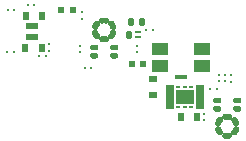
<source format=gbr>
G04 #@! TF.GenerationSoftware,KiCad,Pcbnew,7.0.9-7.0.9~ubuntu20.04.1*
G04 #@! TF.CreationDate,2023-12-28T04:07:49+00:00*
G04 #@! TF.ProjectId,yote,796f7465-2e6b-4696-9361-645f70636258,rev?*
G04 #@! TF.SameCoordinates,Original*
G04 #@! TF.FileFunction,Paste,Bot*
G04 #@! TF.FilePolarity,Positive*
%FSLAX46Y46*%
G04 Gerber Fmt 4.6, Leading zero omitted, Abs format (unit mm)*
G04 Created by KiCad (PCBNEW 7.0.9-7.0.9~ubuntu20.04.1) date 2023-12-28 04:07:49*
%MOMM*%
%LPD*%
G01*
G04 APERTURE LIST*
G04 Aperture macros list*
%AMRoundRect*
0 Rectangle with rounded corners*
0 $1 Rounding radius*
0 $2 $3 $4 $5 $6 $7 $8 $9 X,Y pos of 4 corners*
0 Add a 4 corners polygon primitive as box body*
4,1,4,$2,$3,$4,$5,$6,$7,$8,$9,$2,$3,0*
0 Add four circle primitives for the rounded corners*
1,1,$1+$1,$2,$3*
1,1,$1+$1,$4,$5*
1,1,$1+$1,$6,$7*
1,1,$1+$1,$8,$9*
0 Add four rect primitives between the rounded corners*
20,1,$1+$1,$2,$3,$4,$5,0*
20,1,$1+$1,$4,$5,$6,$7,0*
20,1,$1+$1,$6,$7,$8,$9,0*
20,1,$1+$1,$8,$9,$2,$3,0*%
G04 Aperture macros list end*
%ADD10C,0.010000*%
%ADD11R,0.250000X0.270000*%
%ADD12R,0.600000X0.500000*%
%ADD13R,0.270000X0.250000*%
%ADD14R,0.600000X0.800000*%
%ADD15R,1.400000X1.050000*%
%ADD16R,1.100000X0.350000*%
%ADD17R,0.355600X0.254000*%
%ADD18R,0.635000X2.057400*%
%ADD19R,1.549400X1.143000*%
%ADD20R,1.092200X0.508000*%
%ADD21RoundRect,0.147500X0.147500X0.172500X-0.147500X0.172500X-0.147500X-0.172500X0.147500X-0.172500X0*%
%ADD22RoundRect,0.050000X0.200000X0.275000X-0.200000X0.275000X-0.200000X-0.275000X0.200000X-0.275000X0*%
%ADD23RoundRect,0.050000X0.200000X0.050000X-0.200000X0.050000X-0.200000X-0.050000X0.200000X-0.050000X0*%
%ADD24R,0.800000X0.600000*%
G04 APERTURE END LIST*
D10*
X108260999Y-71100999D02*
X108281999Y-71103999D01*
X108301999Y-71109999D01*
X108320999Y-71116999D01*
X108339999Y-71126999D01*
X108357999Y-71137999D01*
X108373999Y-71150999D01*
X108388999Y-71165999D01*
X108401999Y-71181999D01*
X108412999Y-71199999D01*
X108422999Y-71218999D01*
X108429999Y-71237999D01*
X108435999Y-71257999D01*
X108438999Y-71278999D01*
X108439999Y-71299999D01*
X108438999Y-71320999D01*
X108435999Y-71341999D01*
X108429999Y-71361999D01*
X108422999Y-71380999D01*
X108412999Y-71399999D01*
X108401999Y-71417999D01*
X108388999Y-71433999D01*
X108373999Y-71448999D01*
X108357999Y-71461999D01*
X108339999Y-71472999D01*
X108320999Y-71482999D01*
X108301999Y-71489999D01*
X108281999Y-71495999D01*
X108260999Y-71498999D01*
X108239999Y-71499999D01*
X108039999Y-71499999D01*
X108018999Y-71498999D01*
X107997999Y-71495999D01*
X107977999Y-71489999D01*
X107958999Y-71482999D01*
X107939999Y-71472999D01*
X107921999Y-71461999D01*
X107905999Y-71448999D01*
X107890999Y-71433999D01*
X107877999Y-71417999D01*
X107866999Y-71399999D01*
X107856999Y-71380999D01*
X107849999Y-71361999D01*
X107843999Y-71341999D01*
X107840999Y-71320999D01*
X107839999Y-71299999D01*
X107840999Y-71278999D01*
X107843999Y-71257999D01*
X107849999Y-71237999D01*
X107856999Y-71218999D01*
X107866999Y-71199999D01*
X107877999Y-71181999D01*
X107890999Y-71165999D01*
X107905999Y-71150999D01*
X107921999Y-71137999D01*
X107939999Y-71126999D01*
X107958999Y-71116999D01*
X107977999Y-71109999D01*
X107997999Y-71103999D01*
X108018999Y-71100999D01*
X108039999Y-71099999D01*
X108239999Y-71099999D01*
X108260999Y-71100999D01*
G36*
X108260999Y-71100999D02*
G01*
X108281999Y-71103999D01*
X108301999Y-71109999D01*
X108320999Y-71116999D01*
X108339999Y-71126999D01*
X108357999Y-71137999D01*
X108373999Y-71150999D01*
X108388999Y-71165999D01*
X108401999Y-71181999D01*
X108412999Y-71199999D01*
X108422999Y-71218999D01*
X108429999Y-71237999D01*
X108435999Y-71257999D01*
X108438999Y-71278999D01*
X108439999Y-71299999D01*
X108438999Y-71320999D01*
X108435999Y-71341999D01*
X108429999Y-71361999D01*
X108422999Y-71380999D01*
X108412999Y-71399999D01*
X108401999Y-71417999D01*
X108388999Y-71433999D01*
X108373999Y-71448999D01*
X108357999Y-71461999D01*
X108339999Y-71472999D01*
X108320999Y-71482999D01*
X108301999Y-71489999D01*
X108281999Y-71495999D01*
X108260999Y-71498999D01*
X108239999Y-71499999D01*
X108039999Y-71499999D01*
X108018999Y-71498999D01*
X107997999Y-71495999D01*
X107977999Y-71489999D01*
X107958999Y-71482999D01*
X107939999Y-71472999D01*
X107921999Y-71461999D01*
X107905999Y-71448999D01*
X107890999Y-71433999D01*
X107877999Y-71417999D01*
X107866999Y-71399999D01*
X107856999Y-71380999D01*
X107849999Y-71361999D01*
X107843999Y-71341999D01*
X107840999Y-71320999D01*
X107839999Y-71299999D01*
X107840999Y-71278999D01*
X107843999Y-71257999D01*
X107849999Y-71237999D01*
X107856999Y-71218999D01*
X107866999Y-71199999D01*
X107877999Y-71181999D01*
X107890999Y-71165999D01*
X107905999Y-71150999D01*
X107921999Y-71137999D01*
X107939999Y-71126999D01*
X107958999Y-71116999D01*
X107977999Y-71109999D01*
X107997999Y-71103999D01*
X108018999Y-71100999D01*
X108039999Y-71099999D01*
X108239999Y-71099999D01*
X108260999Y-71100999D01*
G37*
X108260999Y-71800999D02*
X108281999Y-71803999D01*
X108301999Y-71809999D01*
X108320999Y-71816999D01*
X108339999Y-71826999D01*
X108357999Y-71837999D01*
X108373999Y-71850999D01*
X108388999Y-71865999D01*
X108401999Y-71881999D01*
X108412999Y-71899999D01*
X108422999Y-71918999D01*
X108429999Y-71937999D01*
X108435999Y-71957999D01*
X108438999Y-71978999D01*
X108439999Y-71999999D01*
X108438999Y-72020999D01*
X108435999Y-72041999D01*
X108429999Y-72061999D01*
X108422999Y-72080999D01*
X108412999Y-72099999D01*
X108401999Y-72117999D01*
X108388999Y-72133999D01*
X108373999Y-72148999D01*
X108357999Y-72161999D01*
X108339999Y-72172999D01*
X108320999Y-72182999D01*
X108301999Y-72189999D01*
X108281999Y-72195999D01*
X108260999Y-72198999D01*
X108239999Y-72199999D01*
X108039999Y-72199999D01*
X108018999Y-72198999D01*
X107997999Y-72195999D01*
X107977999Y-72189999D01*
X107958999Y-72182999D01*
X107939999Y-72172999D01*
X107921999Y-72161999D01*
X107905999Y-72148999D01*
X107890999Y-72133999D01*
X107877999Y-72117999D01*
X107866999Y-72099999D01*
X107856999Y-72080999D01*
X107849999Y-72061999D01*
X107843999Y-72041999D01*
X107840999Y-72020999D01*
X107839999Y-71999999D01*
X107840999Y-71978999D01*
X107843999Y-71957999D01*
X107849999Y-71937999D01*
X107856999Y-71918999D01*
X107866999Y-71899999D01*
X107877999Y-71881999D01*
X107890999Y-71865999D01*
X107905999Y-71850999D01*
X107921999Y-71837999D01*
X107939999Y-71826999D01*
X107958999Y-71816999D01*
X107977999Y-71809999D01*
X107997999Y-71803999D01*
X108018999Y-71800999D01*
X108039999Y-71799999D01*
X108239999Y-71799999D01*
X108260999Y-71800999D01*
G36*
X108260999Y-71800999D02*
G01*
X108281999Y-71803999D01*
X108301999Y-71809999D01*
X108320999Y-71816999D01*
X108339999Y-71826999D01*
X108357999Y-71837999D01*
X108373999Y-71850999D01*
X108388999Y-71865999D01*
X108401999Y-71881999D01*
X108412999Y-71899999D01*
X108422999Y-71918999D01*
X108429999Y-71937999D01*
X108435999Y-71957999D01*
X108438999Y-71978999D01*
X108439999Y-71999999D01*
X108438999Y-72020999D01*
X108435999Y-72041999D01*
X108429999Y-72061999D01*
X108422999Y-72080999D01*
X108412999Y-72099999D01*
X108401999Y-72117999D01*
X108388999Y-72133999D01*
X108373999Y-72148999D01*
X108357999Y-72161999D01*
X108339999Y-72172999D01*
X108320999Y-72182999D01*
X108301999Y-72189999D01*
X108281999Y-72195999D01*
X108260999Y-72198999D01*
X108239999Y-72199999D01*
X108039999Y-72199999D01*
X108018999Y-72198999D01*
X107997999Y-72195999D01*
X107977999Y-72189999D01*
X107958999Y-72182999D01*
X107939999Y-72172999D01*
X107921999Y-72161999D01*
X107905999Y-72148999D01*
X107890999Y-72133999D01*
X107877999Y-72117999D01*
X107866999Y-72099999D01*
X107856999Y-72080999D01*
X107849999Y-72061999D01*
X107843999Y-72041999D01*
X107840999Y-72020999D01*
X107839999Y-71999999D01*
X107840999Y-71978999D01*
X107843999Y-71957999D01*
X107849999Y-71937999D01*
X107856999Y-71918999D01*
X107866999Y-71899999D01*
X107877999Y-71881999D01*
X107890999Y-71865999D01*
X107905999Y-71850999D01*
X107921999Y-71837999D01*
X107939999Y-71826999D01*
X107958999Y-71816999D01*
X107977999Y-71809999D01*
X107997999Y-71803999D01*
X108018999Y-71800999D01*
X108039999Y-71799999D01*
X108239999Y-71799999D01*
X108260999Y-71800999D01*
G37*
X109960999Y-71100999D02*
X109981999Y-71103999D01*
X110001999Y-71109999D01*
X110020999Y-71116999D01*
X110039999Y-71126999D01*
X110057999Y-71137999D01*
X110073999Y-71150999D01*
X110088999Y-71165999D01*
X110101999Y-71181999D01*
X110112999Y-71199999D01*
X110122999Y-71218999D01*
X110129999Y-71237999D01*
X110135999Y-71257999D01*
X110138999Y-71278999D01*
X110139999Y-71299999D01*
X110138999Y-71320999D01*
X110135999Y-71341999D01*
X110129999Y-71361999D01*
X110122999Y-71380999D01*
X110112999Y-71399999D01*
X110101999Y-71417999D01*
X110088999Y-71433999D01*
X110073999Y-71448999D01*
X110057999Y-71461999D01*
X110039999Y-71472999D01*
X110020999Y-71482999D01*
X110001999Y-71489999D01*
X109981999Y-71495999D01*
X109960999Y-71498999D01*
X109939999Y-71499999D01*
X109739999Y-71499999D01*
X109718999Y-71498999D01*
X109697999Y-71495999D01*
X109677999Y-71489999D01*
X109658999Y-71482999D01*
X109639999Y-71472999D01*
X109621999Y-71461999D01*
X109605999Y-71448999D01*
X109590999Y-71433999D01*
X109577999Y-71417999D01*
X109566999Y-71399999D01*
X109556999Y-71380999D01*
X109549999Y-71361999D01*
X109543999Y-71341999D01*
X109540999Y-71320999D01*
X109539999Y-71299999D01*
X109540999Y-71278999D01*
X109543999Y-71257999D01*
X109549999Y-71237999D01*
X109556999Y-71218999D01*
X109566999Y-71199999D01*
X109577999Y-71181999D01*
X109590999Y-71165999D01*
X109605999Y-71150999D01*
X109621999Y-71137999D01*
X109639999Y-71126999D01*
X109658999Y-71116999D01*
X109677999Y-71109999D01*
X109697999Y-71103999D01*
X109718999Y-71100999D01*
X109739999Y-71099999D01*
X109939999Y-71099999D01*
X109960999Y-71100999D01*
G36*
X109960999Y-71100999D02*
G01*
X109981999Y-71103999D01*
X110001999Y-71109999D01*
X110020999Y-71116999D01*
X110039999Y-71126999D01*
X110057999Y-71137999D01*
X110073999Y-71150999D01*
X110088999Y-71165999D01*
X110101999Y-71181999D01*
X110112999Y-71199999D01*
X110122999Y-71218999D01*
X110129999Y-71237999D01*
X110135999Y-71257999D01*
X110138999Y-71278999D01*
X110139999Y-71299999D01*
X110138999Y-71320999D01*
X110135999Y-71341999D01*
X110129999Y-71361999D01*
X110122999Y-71380999D01*
X110112999Y-71399999D01*
X110101999Y-71417999D01*
X110088999Y-71433999D01*
X110073999Y-71448999D01*
X110057999Y-71461999D01*
X110039999Y-71472999D01*
X110020999Y-71482999D01*
X110001999Y-71489999D01*
X109981999Y-71495999D01*
X109960999Y-71498999D01*
X109939999Y-71499999D01*
X109739999Y-71499999D01*
X109718999Y-71498999D01*
X109697999Y-71495999D01*
X109677999Y-71489999D01*
X109658999Y-71482999D01*
X109639999Y-71472999D01*
X109621999Y-71461999D01*
X109605999Y-71448999D01*
X109590999Y-71433999D01*
X109577999Y-71417999D01*
X109566999Y-71399999D01*
X109556999Y-71380999D01*
X109549999Y-71361999D01*
X109543999Y-71341999D01*
X109540999Y-71320999D01*
X109539999Y-71299999D01*
X109540999Y-71278999D01*
X109543999Y-71257999D01*
X109549999Y-71237999D01*
X109556999Y-71218999D01*
X109566999Y-71199999D01*
X109577999Y-71181999D01*
X109590999Y-71165999D01*
X109605999Y-71150999D01*
X109621999Y-71137999D01*
X109639999Y-71126999D01*
X109658999Y-71116999D01*
X109677999Y-71109999D01*
X109697999Y-71103999D01*
X109718999Y-71100999D01*
X109739999Y-71099999D01*
X109939999Y-71099999D01*
X109960999Y-71100999D01*
G37*
X109960999Y-71800999D02*
X109981999Y-71803999D01*
X110001999Y-71809999D01*
X110020999Y-71816999D01*
X110039999Y-71826999D01*
X110057999Y-71837999D01*
X110073999Y-71850999D01*
X110088999Y-71865999D01*
X110101999Y-71881999D01*
X110112999Y-71899999D01*
X110122999Y-71918999D01*
X110129999Y-71937999D01*
X110135999Y-71957999D01*
X110138999Y-71978999D01*
X110139999Y-71999999D01*
X110138999Y-72020999D01*
X110135999Y-72041999D01*
X110129999Y-72061999D01*
X110122999Y-72080999D01*
X110112999Y-72099999D01*
X110101999Y-72117999D01*
X110088999Y-72133999D01*
X110073999Y-72148999D01*
X110057999Y-72161999D01*
X110039999Y-72172999D01*
X110020999Y-72182999D01*
X110001999Y-72189999D01*
X109981999Y-72195999D01*
X109960999Y-72198999D01*
X109939999Y-72199999D01*
X109739999Y-72199999D01*
X109718999Y-72198999D01*
X109697999Y-72195999D01*
X109677999Y-72189999D01*
X109658999Y-72182999D01*
X109639999Y-72172999D01*
X109621999Y-72161999D01*
X109605999Y-72148999D01*
X109590999Y-72133999D01*
X109577999Y-72117999D01*
X109566999Y-72099999D01*
X109556999Y-72080999D01*
X109549999Y-72061999D01*
X109543999Y-72041999D01*
X109540999Y-72020999D01*
X109539999Y-71999999D01*
X109540999Y-71978999D01*
X109543999Y-71957999D01*
X109549999Y-71937999D01*
X109556999Y-71918999D01*
X109566999Y-71899999D01*
X109577999Y-71881999D01*
X109590999Y-71865999D01*
X109605999Y-71850999D01*
X109621999Y-71837999D01*
X109639999Y-71826999D01*
X109658999Y-71816999D01*
X109677999Y-71809999D01*
X109697999Y-71803999D01*
X109718999Y-71800999D01*
X109739999Y-71799999D01*
X109939999Y-71799999D01*
X109960999Y-71800999D01*
G36*
X109960999Y-71800999D02*
G01*
X109981999Y-71803999D01*
X110001999Y-71809999D01*
X110020999Y-71816999D01*
X110039999Y-71826999D01*
X110057999Y-71837999D01*
X110073999Y-71850999D01*
X110088999Y-71865999D01*
X110101999Y-71881999D01*
X110112999Y-71899999D01*
X110122999Y-71918999D01*
X110129999Y-71937999D01*
X110135999Y-71957999D01*
X110138999Y-71978999D01*
X110139999Y-71999999D01*
X110138999Y-72020999D01*
X110135999Y-72041999D01*
X110129999Y-72061999D01*
X110122999Y-72080999D01*
X110112999Y-72099999D01*
X110101999Y-72117999D01*
X110088999Y-72133999D01*
X110073999Y-72148999D01*
X110057999Y-72161999D01*
X110039999Y-72172999D01*
X110020999Y-72182999D01*
X110001999Y-72189999D01*
X109981999Y-72195999D01*
X109960999Y-72198999D01*
X109939999Y-72199999D01*
X109739999Y-72199999D01*
X109718999Y-72198999D01*
X109697999Y-72195999D01*
X109677999Y-72189999D01*
X109658999Y-72182999D01*
X109639999Y-72172999D01*
X109621999Y-72161999D01*
X109605999Y-72148999D01*
X109590999Y-72133999D01*
X109577999Y-72117999D01*
X109566999Y-72099999D01*
X109556999Y-72080999D01*
X109549999Y-72061999D01*
X109543999Y-72041999D01*
X109540999Y-72020999D01*
X109539999Y-71999999D01*
X109540999Y-71978999D01*
X109543999Y-71957999D01*
X109549999Y-71937999D01*
X109556999Y-71918999D01*
X109566999Y-71899999D01*
X109577999Y-71881999D01*
X109590999Y-71865999D01*
X109605999Y-71850999D01*
X109621999Y-71837999D01*
X109639999Y-71826999D01*
X109658999Y-71816999D01*
X109677999Y-71809999D01*
X109697999Y-71803999D01*
X109718999Y-71800999D01*
X109739999Y-71799999D01*
X109939999Y-71799999D01*
X109960999Y-71800999D01*
G37*
X108854999Y-70401999D02*
X108859999Y-70402999D01*
X108863999Y-70403999D01*
X108868999Y-70405999D01*
X108873999Y-70406999D01*
X108877999Y-70407999D01*
X108882999Y-70408999D01*
X108886999Y-70409999D01*
X108891999Y-70410999D01*
X108896999Y-70411999D01*
X108900999Y-70412999D01*
X108905999Y-70413999D01*
X108910999Y-70414999D01*
X108914999Y-70415999D01*
X108919999Y-70415999D01*
X108924999Y-70416999D01*
X108928999Y-70416999D01*
X108933999Y-70417999D01*
X108938999Y-70417999D01*
X108943999Y-70418999D01*
X108947999Y-70418999D01*
X108952999Y-70419999D01*
X108957999Y-70419999D01*
X108962999Y-70419999D01*
X108966999Y-70419999D01*
X108971999Y-70419999D01*
X108976999Y-70419999D01*
X108980999Y-70419999D01*
X108985999Y-70419999D01*
X108989999Y-70419999D01*
X108993999Y-70419999D01*
X108998999Y-70419999D01*
X109002999Y-70419999D01*
X109007999Y-70419999D01*
X109012999Y-70419999D01*
X109016999Y-70419999D01*
X109021999Y-70419999D01*
X109026999Y-70419999D01*
X109031999Y-70418999D01*
X109035999Y-70418999D01*
X109040999Y-70417999D01*
X109045999Y-70417999D01*
X109050999Y-70416999D01*
X109054999Y-70416999D01*
X109059999Y-70415999D01*
X109064999Y-70415999D01*
X109068999Y-70414999D01*
X109073999Y-70413999D01*
X109078999Y-70412999D01*
X109082999Y-70411999D01*
X109087999Y-70410999D01*
X109092999Y-70409999D01*
X109096999Y-70408999D01*
X109101999Y-70407999D01*
X109105999Y-70406999D01*
X109110999Y-70405999D01*
X109115999Y-70403999D01*
X109119999Y-70402999D01*
X109124999Y-70401999D01*
X109129999Y-70399999D01*
X109139999Y-70399999D01*
X109150999Y-70399999D01*
X109161999Y-70400999D01*
X109172999Y-70402999D01*
X109183999Y-70404999D01*
X109193999Y-70406999D01*
X109204999Y-70409999D01*
X109214999Y-70413999D01*
X109224999Y-70417999D01*
X109234999Y-70422999D01*
X109244999Y-70427999D01*
X109253999Y-70433999D01*
X109262999Y-70439999D01*
X109271999Y-70446999D01*
X109280999Y-70453999D01*
X109287999Y-70461999D01*
X109295999Y-70468999D01*
X109302999Y-70477999D01*
X109309999Y-70486999D01*
X109315999Y-70495999D01*
X109321999Y-70504999D01*
X109326999Y-70514999D01*
X109331999Y-70524999D01*
X109335999Y-70534999D01*
X109339999Y-70544999D01*
X109342999Y-70555999D01*
X109344999Y-70565999D01*
X109346999Y-70576999D01*
X109348999Y-70587999D01*
X109349999Y-70598999D01*
X109349999Y-70609999D01*
X109349999Y-70620999D01*
X109348999Y-70631999D01*
X109346999Y-70642999D01*
X109344999Y-70653999D01*
X109342999Y-70663999D01*
X109339999Y-70674999D01*
X109335999Y-70684999D01*
X109331999Y-70694999D01*
X109326999Y-70704999D01*
X109321999Y-70714999D01*
X109315999Y-70723999D01*
X109309999Y-70732999D01*
X109302999Y-70741999D01*
X109295999Y-70750999D01*
X109287999Y-70757999D01*
X109280999Y-70765999D01*
X109271999Y-70772999D01*
X109262999Y-70779999D01*
X109253999Y-70785999D01*
X109244999Y-70791999D01*
X109234999Y-70796999D01*
X109224999Y-70801999D01*
X109214999Y-70805999D01*
X109204999Y-70809999D01*
X109193999Y-70812999D01*
X109183999Y-70814999D01*
X109172999Y-70816999D01*
X109161999Y-70818999D01*
X109150999Y-70819999D01*
X109139999Y-70819999D01*
X108839999Y-70819999D01*
X108828999Y-70819999D01*
X108817999Y-70818999D01*
X108806999Y-70816999D01*
X108795999Y-70814999D01*
X108785999Y-70812999D01*
X108774999Y-70809999D01*
X108764999Y-70805999D01*
X108754999Y-70801999D01*
X108744999Y-70796999D01*
X108734999Y-70791999D01*
X108725999Y-70785999D01*
X108716999Y-70779999D01*
X108707999Y-70772999D01*
X108698999Y-70765999D01*
X108691999Y-70757999D01*
X108683999Y-70750999D01*
X108676999Y-70741999D01*
X108669999Y-70732999D01*
X108663999Y-70723999D01*
X108657999Y-70714999D01*
X108652999Y-70704999D01*
X108647999Y-70694999D01*
X108643999Y-70684999D01*
X108639999Y-70674999D01*
X108636999Y-70663999D01*
X108634999Y-70653999D01*
X108632999Y-70642999D01*
X108630999Y-70631999D01*
X108629999Y-70620999D01*
X108629999Y-70609999D01*
X108629999Y-70598999D01*
X108630999Y-70587999D01*
X108632999Y-70576999D01*
X108634999Y-70565999D01*
X108636999Y-70555999D01*
X108639999Y-70544999D01*
X108643999Y-70534999D01*
X108647999Y-70524999D01*
X108652999Y-70514999D01*
X108657999Y-70504999D01*
X108663999Y-70495999D01*
X108669999Y-70486999D01*
X108676999Y-70477999D01*
X108683999Y-70468999D01*
X108691999Y-70461999D01*
X108698999Y-70453999D01*
X108707999Y-70446999D01*
X108716999Y-70439999D01*
X108725999Y-70433999D01*
X108734999Y-70427999D01*
X108744999Y-70422999D01*
X108754999Y-70417999D01*
X108764999Y-70413999D01*
X108774999Y-70409999D01*
X108785999Y-70406999D01*
X108795999Y-70404999D01*
X108806999Y-70402999D01*
X108817999Y-70400999D01*
X108828999Y-70399999D01*
X108839999Y-70399999D01*
X108849999Y-70399999D01*
X108854999Y-70401999D01*
G36*
X108854999Y-70401999D02*
G01*
X108859999Y-70402999D01*
X108863999Y-70403999D01*
X108868999Y-70405999D01*
X108873999Y-70406999D01*
X108877999Y-70407999D01*
X108882999Y-70408999D01*
X108886999Y-70409999D01*
X108891999Y-70410999D01*
X108896999Y-70411999D01*
X108900999Y-70412999D01*
X108905999Y-70413999D01*
X108910999Y-70414999D01*
X108914999Y-70415999D01*
X108919999Y-70415999D01*
X108924999Y-70416999D01*
X108928999Y-70416999D01*
X108933999Y-70417999D01*
X108938999Y-70417999D01*
X108943999Y-70418999D01*
X108947999Y-70418999D01*
X108952999Y-70419999D01*
X108957999Y-70419999D01*
X108962999Y-70419999D01*
X108966999Y-70419999D01*
X108971999Y-70419999D01*
X108976999Y-70419999D01*
X108980999Y-70419999D01*
X108985999Y-70419999D01*
X108989999Y-70419999D01*
X108993999Y-70419999D01*
X108998999Y-70419999D01*
X109002999Y-70419999D01*
X109007999Y-70419999D01*
X109012999Y-70419999D01*
X109016999Y-70419999D01*
X109021999Y-70419999D01*
X109026999Y-70419999D01*
X109031999Y-70418999D01*
X109035999Y-70418999D01*
X109040999Y-70417999D01*
X109045999Y-70417999D01*
X109050999Y-70416999D01*
X109054999Y-70416999D01*
X109059999Y-70415999D01*
X109064999Y-70415999D01*
X109068999Y-70414999D01*
X109073999Y-70413999D01*
X109078999Y-70412999D01*
X109082999Y-70411999D01*
X109087999Y-70410999D01*
X109092999Y-70409999D01*
X109096999Y-70408999D01*
X109101999Y-70407999D01*
X109105999Y-70406999D01*
X109110999Y-70405999D01*
X109115999Y-70403999D01*
X109119999Y-70402999D01*
X109124999Y-70401999D01*
X109129999Y-70399999D01*
X109139999Y-70399999D01*
X109150999Y-70399999D01*
X109161999Y-70400999D01*
X109172999Y-70402999D01*
X109183999Y-70404999D01*
X109193999Y-70406999D01*
X109204999Y-70409999D01*
X109214999Y-70413999D01*
X109224999Y-70417999D01*
X109234999Y-70422999D01*
X109244999Y-70427999D01*
X109253999Y-70433999D01*
X109262999Y-70439999D01*
X109271999Y-70446999D01*
X109280999Y-70453999D01*
X109287999Y-70461999D01*
X109295999Y-70468999D01*
X109302999Y-70477999D01*
X109309999Y-70486999D01*
X109315999Y-70495999D01*
X109321999Y-70504999D01*
X109326999Y-70514999D01*
X109331999Y-70524999D01*
X109335999Y-70534999D01*
X109339999Y-70544999D01*
X109342999Y-70555999D01*
X109344999Y-70565999D01*
X109346999Y-70576999D01*
X109348999Y-70587999D01*
X109349999Y-70598999D01*
X109349999Y-70609999D01*
X109349999Y-70620999D01*
X109348999Y-70631999D01*
X109346999Y-70642999D01*
X109344999Y-70653999D01*
X109342999Y-70663999D01*
X109339999Y-70674999D01*
X109335999Y-70684999D01*
X109331999Y-70694999D01*
X109326999Y-70704999D01*
X109321999Y-70714999D01*
X109315999Y-70723999D01*
X109309999Y-70732999D01*
X109302999Y-70741999D01*
X109295999Y-70750999D01*
X109287999Y-70757999D01*
X109280999Y-70765999D01*
X109271999Y-70772999D01*
X109262999Y-70779999D01*
X109253999Y-70785999D01*
X109244999Y-70791999D01*
X109234999Y-70796999D01*
X109224999Y-70801999D01*
X109214999Y-70805999D01*
X109204999Y-70809999D01*
X109193999Y-70812999D01*
X109183999Y-70814999D01*
X109172999Y-70816999D01*
X109161999Y-70818999D01*
X109150999Y-70819999D01*
X109139999Y-70819999D01*
X108839999Y-70819999D01*
X108828999Y-70819999D01*
X108817999Y-70818999D01*
X108806999Y-70816999D01*
X108795999Y-70814999D01*
X108785999Y-70812999D01*
X108774999Y-70809999D01*
X108764999Y-70805999D01*
X108754999Y-70801999D01*
X108744999Y-70796999D01*
X108734999Y-70791999D01*
X108725999Y-70785999D01*
X108716999Y-70779999D01*
X108707999Y-70772999D01*
X108698999Y-70765999D01*
X108691999Y-70757999D01*
X108683999Y-70750999D01*
X108676999Y-70741999D01*
X108669999Y-70732999D01*
X108663999Y-70723999D01*
X108657999Y-70714999D01*
X108652999Y-70704999D01*
X108647999Y-70694999D01*
X108643999Y-70684999D01*
X108639999Y-70674999D01*
X108636999Y-70663999D01*
X108634999Y-70653999D01*
X108632999Y-70642999D01*
X108630999Y-70631999D01*
X108629999Y-70620999D01*
X108629999Y-70609999D01*
X108629999Y-70598999D01*
X108630999Y-70587999D01*
X108632999Y-70576999D01*
X108634999Y-70565999D01*
X108636999Y-70555999D01*
X108639999Y-70544999D01*
X108643999Y-70534999D01*
X108647999Y-70524999D01*
X108652999Y-70514999D01*
X108657999Y-70504999D01*
X108663999Y-70495999D01*
X108669999Y-70486999D01*
X108676999Y-70477999D01*
X108683999Y-70468999D01*
X108691999Y-70461999D01*
X108698999Y-70453999D01*
X108707999Y-70446999D01*
X108716999Y-70439999D01*
X108725999Y-70433999D01*
X108734999Y-70427999D01*
X108744999Y-70422999D01*
X108754999Y-70417999D01*
X108764999Y-70413999D01*
X108774999Y-70409999D01*
X108785999Y-70406999D01*
X108795999Y-70404999D01*
X108806999Y-70402999D01*
X108817999Y-70400999D01*
X108828999Y-70399999D01*
X108839999Y-70399999D01*
X108849999Y-70399999D01*
X108854999Y-70401999D01*
G37*
X109161999Y-68820999D02*
X109172999Y-68822999D01*
X109183999Y-68824999D01*
X109193999Y-68826999D01*
X109204999Y-68829999D01*
X109214999Y-68833999D01*
X109224999Y-68837999D01*
X109234999Y-68842999D01*
X109244999Y-68847999D01*
X109253999Y-68853999D01*
X109262999Y-68859999D01*
X109271999Y-68866999D01*
X109280999Y-68873999D01*
X109287999Y-68881999D01*
X109295999Y-68888999D01*
X109302999Y-68897999D01*
X109309999Y-68906999D01*
X109315999Y-68915999D01*
X109321999Y-68924999D01*
X109326999Y-68934999D01*
X109331999Y-68944999D01*
X109335999Y-68954999D01*
X109339999Y-68964999D01*
X109342999Y-68975999D01*
X109344999Y-68985999D01*
X109346999Y-68996999D01*
X109348999Y-69007999D01*
X109349999Y-69018999D01*
X109349999Y-69029999D01*
X109349999Y-69040999D01*
X109348999Y-69051999D01*
X109346999Y-69062999D01*
X109344999Y-69073999D01*
X109342999Y-69083999D01*
X109339999Y-69094999D01*
X109335999Y-69104999D01*
X109331999Y-69114999D01*
X109326999Y-69124999D01*
X109321999Y-69134999D01*
X109315999Y-69143999D01*
X109309999Y-69152999D01*
X109302999Y-69161999D01*
X109295999Y-69170999D01*
X109287999Y-69177999D01*
X109280999Y-69185999D01*
X109271999Y-69192999D01*
X109262999Y-69199999D01*
X109253999Y-69205999D01*
X109244999Y-69211999D01*
X109234999Y-69216999D01*
X109224999Y-69221999D01*
X109214999Y-69225999D01*
X109204999Y-69229999D01*
X109193999Y-69232999D01*
X109183999Y-69234999D01*
X109172999Y-69236999D01*
X109161999Y-69238999D01*
X109150999Y-69239999D01*
X109139999Y-69239999D01*
X109129999Y-69239999D01*
X109124999Y-69237999D01*
X109119999Y-69236999D01*
X109115999Y-69235999D01*
X109110999Y-69233999D01*
X109105999Y-69232999D01*
X109101999Y-69231999D01*
X109096999Y-69230999D01*
X109092999Y-69229999D01*
X109087999Y-69228999D01*
X109082999Y-69227999D01*
X109078999Y-69226999D01*
X109073999Y-69225999D01*
X109068999Y-69224999D01*
X109064999Y-69223999D01*
X109059999Y-69223999D01*
X109054999Y-69222999D01*
X109050999Y-69222999D01*
X109045999Y-69221999D01*
X109040999Y-69221999D01*
X109035999Y-69220999D01*
X109031999Y-69220999D01*
X109026999Y-69219999D01*
X109021999Y-69219999D01*
X109016999Y-69219999D01*
X109012999Y-69219999D01*
X109007999Y-69219999D01*
X109002999Y-69219999D01*
X108998999Y-69219999D01*
X108993999Y-69219999D01*
X108989999Y-69219999D01*
X108985999Y-69219999D01*
X108980999Y-69219999D01*
X108976999Y-69219999D01*
X108971999Y-69219999D01*
X108966999Y-69219999D01*
X108962999Y-69219999D01*
X108957999Y-69219999D01*
X108952999Y-69219999D01*
X108947999Y-69220999D01*
X108943999Y-69220999D01*
X108938999Y-69221999D01*
X108933999Y-69221999D01*
X108928999Y-69222999D01*
X108924999Y-69222999D01*
X108919999Y-69223999D01*
X108914999Y-69223999D01*
X108910999Y-69224999D01*
X108905999Y-69225999D01*
X108900999Y-69226999D01*
X108896999Y-69227999D01*
X108891999Y-69228999D01*
X108886999Y-69229999D01*
X108882999Y-69230999D01*
X108877999Y-69231999D01*
X108873999Y-69232999D01*
X108868999Y-69233999D01*
X108863999Y-69235999D01*
X108859999Y-69236999D01*
X108854999Y-69237999D01*
X108849999Y-69239999D01*
X108839999Y-69239999D01*
X108828999Y-69239999D01*
X108817999Y-69238999D01*
X108806999Y-69236999D01*
X108795999Y-69234999D01*
X108785999Y-69232999D01*
X108774999Y-69229999D01*
X108764999Y-69225999D01*
X108754999Y-69221999D01*
X108744999Y-69216999D01*
X108734999Y-69211999D01*
X108725999Y-69205999D01*
X108716999Y-69199999D01*
X108707999Y-69192999D01*
X108698999Y-69185999D01*
X108691999Y-69177999D01*
X108683999Y-69170999D01*
X108676999Y-69161999D01*
X108669999Y-69152999D01*
X108663999Y-69143999D01*
X108657999Y-69134999D01*
X108652999Y-69124999D01*
X108647999Y-69114999D01*
X108643999Y-69104999D01*
X108639999Y-69094999D01*
X108636999Y-69083999D01*
X108634999Y-69073999D01*
X108632999Y-69062999D01*
X108630999Y-69051999D01*
X108629999Y-69040999D01*
X108629999Y-69029999D01*
X108629999Y-69018999D01*
X108630999Y-69007999D01*
X108632999Y-68996999D01*
X108634999Y-68985999D01*
X108636999Y-68975999D01*
X108639999Y-68964999D01*
X108643999Y-68954999D01*
X108647999Y-68944999D01*
X108652999Y-68934999D01*
X108657999Y-68924999D01*
X108663999Y-68915999D01*
X108669999Y-68906999D01*
X108676999Y-68897999D01*
X108683999Y-68888999D01*
X108691999Y-68881999D01*
X108698999Y-68873999D01*
X108707999Y-68866999D01*
X108716999Y-68859999D01*
X108725999Y-68853999D01*
X108734999Y-68847999D01*
X108744999Y-68842999D01*
X108754999Y-68837999D01*
X108764999Y-68833999D01*
X108774999Y-68829999D01*
X108785999Y-68826999D01*
X108795999Y-68824999D01*
X108806999Y-68822999D01*
X108817999Y-68820999D01*
X108828999Y-68819999D01*
X108839999Y-68819999D01*
X109139999Y-68819999D01*
X109150999Y-68819999D01*
X109161999Y-68820999D01*
G36*
X109161999Y-68820999D02*
G01*
X109172999Y-68822999D01*
X109183999Y-68824999D01*
X109193999Y-68826999D01*
X109204999Y-68829999D01*
X109214999Y-68833999D01*
X109224999Y-68837999D01*
X109234999Y-68842999D01*
X109244999Y-68847999D01*
X109253999Y-68853999D01*
X109262999Y-68859999D01*
X109271999Y-68866999D01*
X109280999Y-68873999D01*
X109287999Y-68881999D01*
X109295999Y-68888999D01*
X109302999Y-68897999D01*
X109309999Y-68906999D01*
X109315999Y-68915999D01*
X109321999Y-68924999D01*
X109326999Y-68934999D01*
X109331999Y-68944999D01*
X109335999Y-68954999D01*
X109339999Y-68964999D01*
X109342999Y-68975999D01*
X109344999Y-68985999D01*
X109346999Y-68996999D01*
X109348999Y-69007999D01*
X109349999Y-69018999D01*
X109349999Y-69029999D01*
X109349999Y-69040999D01*
X109348999Y-69051999D01*
X109346999Y-69062999D01*
X109344999Y-69073999D01*
X109342999Y-69083999D01*
X109339999Y-69094999D01*
X109335999Y-69104999D01*
X109331999Y-69114999D01*
X109326999Y-69124999D01*
X109321999Y-69134999D01*
X109315999Y-69143999D01*
X109309999Y-69152999D01*
X109302999Y-69161999D01*
X109295999Y-69170999D01*
X109287999Y-69177999D01*
X109280999Y-69185999D01*
X109271999Y-69192999D01*
X109262999Y-69199999D01*
X109253999Y-69205999D01*
X109244999Y-69211999D01*
X109234999Y-69216999D01*
X109224999Y-69221999D01*
X109214999Y-69225999D01*
X109204999Y-69229999D01*
X109193999Y-69232999D01*
X109183999Y-69234999D01*
X109172999Y-69236999D01*
X109161999Y-69238999D01*
X109150999Y-69239999D01*
X109139999Y-69239999D01*
X109129999Y-69239999D01*
X109124999Y-69237999D01*
X109119999Y-69236999D01*
X109115999Y-69235999D01*
X109110999Y-69233999D01*
X109105999Y-69232999D01*
X109101999Y-69231999D01*
X109096999Y-69230999D01*
X109092999Y-69229999D01*
X109087999Y-69228999D01*
X109082999Y-69227999D01*
X109078999Y-69226999D01*
X109073999Y-69225999D01*
X109068999Y-69224999D01*
X109064999Y-69223999D01*
X109059999Y-69223999D01*
X109054999Y-69222999D01*
X109050999Y-69222999D01*
X109045999Y-69221999D01*
X109040999Y-69221999D01*
X109035999Y-69220999D01*
X109031999Y-69220999D01*
X109026999Y-69219999D01*
X109021999Y-69219999D01*
X109016999Y-69219999D01*
X109012999Y-69219999D01*
X109007999Y-69219999D01*
X109002999Y-69219999D01*
X108998999Y-69219999D01*
X108993999Y-69219999D01*
X108989999Y-69219999D01*
X108985999Y-69219999D01*
X108980999Y-69219999D01*
X108976999Y-69219999D01*
X108971999Y-69219999D01*
X108966999Y-69219999D01*
X108962999Y-69219999D01*
X108957999Y-69219999D01*
X108952999Y-69219999D01*
X108947999Y-69220999D01*
X108943999Y-69220999D01*
X108938999Y-69221999D01*
X108933999Y-69221999D01*
X108928999Y-69222999D01*
X108924999Y-69222999D01*
X108919999Y-69223999D01*
X108914999Y-69223999D01*
X108910999Y-69224999D01*
X108905999Y-69225999D01*
X108900999Y-69226999D01*
X108896999Y-69227999D01*
X108891999Y-69228999D01*
X108886999Y-69229999D01*
X108882999Y-69230999D01*
X108877999Y-69231999D01*
X108873999Y-69232999D01*
X108868999Y-69233999D01*
X108863999Y-69235999D01*
X108859999Y-69236999D01*
X108854999Y-69237999D01*
X108849999Y-69239999D01*
X108839999Y-69239999D01*
X108828999Y-69239999D01*
X108817999Y-69238999D01*
X108806999Y-69236999D01*
X108795999Y-69234999D01*
X108785999Y-69232999D01*
X108774999Y-69229999D01*
X108764999Y-69225999D01*
X108754999Y-69221999D01*
X108744999Y-69216999D01*
X108734999Y-69211999D01*
X108725999Y-69205999D01*
X108716999Y-69199999D01*
X108707999Y-69192999D01*
X108698999Y-69185999D01*
X108691999Y-69177999D01*
X108683999Y-69170999D01*
X108676999Y-69161999D01*
X108669999Y-69152999D01*
X108663999Y-69143999D01*
X108657999Y-69134999D01*
X108652999Y-69124999D01*
X108647999Y-69114999D01*
X108643999Y-69104999D01*
X108639999Y-69094999D01*
X108636999Y-69083999D01*
X108634999Y-69073999D01*
X108632999Y-69062999D01*
X108630999Y-69051999D01*
X108629999Y-69040999D01*
X108629999Y-69029999D01*
X108629999Y-69018999D01*
X108630999Y-69007999D01*
X108632999Y-68996999D01*
X108634999Y-68985999D01*
X108636999Y-68975999D01*
X108639999Y-68964999D01*
X108643999Y-68954999D01*
X108647999Y-68944999D01*
X108652999Y-68934999D01*
X108657999Y-68924999D01*
X108663999Y-68915999D01*
X108669999Y-68906999D01*
X108676999Y-68897999D01*
X108683999Y-68888999D01*
X108691999Y-68881999D01*
X108698999Y-68873999D01*
X108707999Y-68866999D01*
X108716999Y-68859999D01*
X108725999Y-68853999D01*
X108734999Y-68847999D01*
X108744999Y-68842999D01*
X108754999Y-68837999D01*
X108764999Y-68833999D01*
X108774999Y-68829999D01*
X108785999Y-68826999D01*
X108795999Y-68824999D01*
X108806999Y-68822999D01*
X108817999Y-68820999D01*
X108828999Y-68819999D01*
X108839999Y-68819999D01*
X109139999Y-68819999D01*
X109150999Y-68819999D01*
X109161999Y-68820999D01*
G37*
X108252999Y-69875999D02*
X108263999Y-69877999D01*
X108274999Y-69879999D01*
X108284999Y-69881999D01*
X108295999Y-69884999D01*
X108305999Y-69888999D01*
X108315999Y-69892999D01*
X108325999Y-69897999D01*
X108335999Y-69902999D01*
X108344999Y-69908999D01*
X108353999Y-69914999D01*
X108362999Y-69921999D01*
X108370999Y-69928999D01*
X108378999Y-69936999D01*
X108386999Y-69944999D01*
X108393999Y-69952999D01*
X108400999Y-69961999D01*
X108406999Y-69970999D01*
X108412999Y-69979999D01*
X108417999Y-69988999D01*
X108418999Y-69993999D01*
X108419999Y-69998999D01*
X108420999Y-70003999D01*
X108421999Y-70007999D01*
X108422999Y-70012999D01*
X108424999Y-70016999D01*
X108425999Y-70021999D01*
X108426999Y-70025999D01*
X108428999Y-70030999D01*
X108429999Y-70034999D01*
X108431999Y-70039999D01*
X108433999Y-70043999D01*
X108434999Y-70048999D01*
X108436999Y-70052999D01*
X108438999Y-70057999D01*
X108439999Y-70061999D01*
X108441999Y-70065999D01*
X108443999Y-70070999D01*
X108445999Y-70074999D01*
X108447999Y-70078999D01*
X108449999Y-70083999D01*
X108451999Y-70087999D01*
X108453999Y-70091999D01*
X108456999Y-70095999D01*
X108458999Y-70099999D01*
X108460999Y-70103999D01*
X108463999Y-70108999D01*
X108465999Y-70112999D01*
X108467999Y-70116999D01*
X108469999Y-70119999D01*
X108471999Y-70122999D01*
X108473999Y-70126999D01*
X108476999Y-70131999D01*
X108478999Y-70135999D01*
X108481999Y-70139999D01*
X108483999Y-70143999D01*
X108486999Y-70147999D01*
X108488999Y-70151999D01*
X108491999Y-70155999D01*
X108494999Y-70159999D01*
X108496999Y-70163999D01*
X108499999Y-70166999D01*
X108502999Y-70170999D01*
X108505999Y-70174999D01*
X108508999Y-70178999D01*
X108511999Y-70181999D01*
X108514999Y-70185999D01*
X108517999Y-70189999D01*
X108520999Y-70192999D01*
X108523999Y-70196999D01*
X108526999Y-70199999D01*
X108529999Y-70203999D01*
X108532999Y-70206999D01*
X108536999Y-70210999D01*
X108539999Y-70213999D01*
X108542999Y-70217999D01*
X108546999Y-70220999D01*
X108549999Y-70223999D01*
X108553999Y-70226999D01*
X108557999Y-70230999D01*
X108562999Y-70239999D01*
X108567999Y-70249999D01*
X108572999Y-70258999D01*
X108576999Y-70269999D01*
X108580999Y-70279999D01*
X108583999Y-70290999D01*
X108585999Y-70300999D01*
X108587999Y-70311999D01*
X108589999Y-70322999D01*
X108590999Y-70333999D01*
X108590999Y-70344999D01*
X108590999Y-70355999D01*
X108589999Y-70366999D01*
X108587999Y-70377999D01*
X108585999Y-70388999D01*
X108583999Y-70398999D01*
X108580999Y-70409999D01*
X108576999Y-70419999D01*
X108572999Y-70429999D01*
X108567999Y-70439999D01*
X108562999Y-70449999D01*
X108556999Y-70458999D01*
X108550999Y-70467999D01*
X108543999Y-70476999D01*
X108536999Y-70484999D01*
X108528999Y-70492999D01*
X108520999Y-70500999D01*
X108512999Y-70507999D01*
X108503999Y-70514999D01*
X108494999Y-70520999D01*
X108485999Y-70526999D01*
X108475999Y-70531999D01*
X108465999Y-70536999D01*
X108455999Y-70540999D01*
X108445999Y-70544999D01*
X108434999Y-70547999D01*
X108424999Y-70549999D01*
X108413999Y-70551999D01*
X108402999Y-70553999D01*
X108391999Y-70554999D01*
X108380999Y-70554999D01*
X108369999Y-70554999D01*
X108358999Y-70553999D01*
X108347999Y-70551999D01*
X108336999Y-70549999D01*
X108325999Y-70547999D01*
X108315999Y-70544999D01*
X108305999Y-70540999D01*
X108294999Y-70536999D01*
X108285999Y-70531999D01*
X108275999Y-70526999D01*
X108265999Y-70520999D01*
X108256999Y-70514999D01*
X108248999Y-70507999D01*
X108239999Y-70500999D01*
X108231999Y-70492999D01*
X108224999Y-70484999D01*
X108217999Y-70476999D01*
X108210999Y-70467999D01*
X108204999Y-70458999D01*
X108198999Y-70449999D01*
X108123999Y-70319999D01*
X108048999Y-70189999D01*
X108043999Y-70179999D01*
X108038999Y-70170999D01*
X108034999Y-70159999D01*
X108030999Y-70149999D01*
X108027999Y-70138999D01*
X108024999Y-70128999D01*
X108022999Y-70117999D01*
X108021999Y-70106999D01*
X108020999Y-70095999D01*
X108020999Y-70084999D01*
X108020999Y-70073999D01*
X108021999Y-70062999D01*
X108022999Y-70051999D01*
X108024999Y-70040999D01*
X108027999Y-70030999D01*
X108030999Y-70019999D01*
X108034999Y-70009999D01*
X108038999Y-69999999D01*
X108043999Y-69989999D01*
X108048999Y-69979999D01*
X108054999Y-69970999D01*
X108060999Y-69961999D01*
X108067999Y-69952999D01*
X108074999Y-69944999D01*
X108081999Y-69936999D01*
X108089999Y-69928999D01*
X108098999Y-69921999D01*
X108106999Y-69914999D01*
X108115999Y-69908999D01*
X108125840Y-69903227D01*
X108125999Y-69902999D01*
X108135999Y-69897999D01*
X108144999Y-69892999D01*
X108155999Y-69888999D01*
X108165999Y-69884999D01*
X108175999Y-69881999D01*
X108186999Y-69879999D01*
X108197999Y-69877999D01*
X108208999Y-69875999D01*
X108219999Y-69874999D01*
X108230999Y-69874999D01*
X108241999Y-69874999D01*
X108252999Y-69875999D01*
G36*
X108252999Y-69875999D02*
G01*
X108263999Y-69877999D01*
X108274999Y-69879999D01*
X108284999Y-69881999D01*
X108295999Y-69884999D01*
X108305999Y-69888999D01*
X108315999Y-69892999D01*
X108325999Y-69897999D01*
X108335999Y-69902999D01*
X108344999Y-69908999D01*
X108353999Y-69914999D01*
X108362999Y-69921999D01*
X108370999Y-69928999D01*
X108378999Y-69936999D01*
X108386999Y-69944999D01*
X108393999Y-69952999D01*
X108400999Y-69961999D01*
X108406999Y-69970999D01*
X108412999Y-69979999D01*
X108417999Y-69988999D01*
X108418999Y-69993999D01*
X108419999Y-69998999D01*
X108420999Y-70003999D01*
X108421999Y-70007999D01*
X108422999Y-70012999D01*
X108424999Y-70016999D01*
X108425999Y-70021999D01*
X108426999Y-70025999D01*
X108428999Y-70030999D01*
X108429999Y-70034999D01*
X108431999Y-70039999D01*
X108433999Y-70043999D01*
X108434999Y-70048999D01*
X108436999Y-70052999D01*
X108438999Y-70057999D01*
X108439999Y-70061999D01*
X108441999Y-70065999D01*
X108443999Y-70070999D01*
X108445999Y-70074999D01*
X108447999Y-70078999D01*
X108449999Y-70083999D01*
X108451999Y-70087999D01*
X108453999Y-70091999D01*
X108456999Y-70095999D01*
X108458999Y-70099999D01*
X108460999Y-70103999D01*
X108463999Y-70108999D01*
X108465999Y-70112999D01*
X108467999Y-70116999D01*
X108469999Y-70119999D01*
X108471999Y-70122999D01*
X108473999Y-70126999D01*
X108476999Y-70131999D01*
X108478999Y-70135999D01*
X108481999Y-70139999D01*
X108483999Y-70143999D01*
X108486999Y-70147999D01*
X108488999Y-70151999D01*
X108491999Y-70155999D01*
X108494999Y-70159999D01*
X108496999Y-70163999D01*
X108499999Y-70166999D01*
X108502999Y-70170999D01*
X108505999Y-70174999D01*
X108508999Y-70178999D01*
X108511999Y-70181999D01*
X108514999Y-70185999D01*
X108517999Y-70189999D01*
X108520999Y-70192999D01*
X108523999Y-70196999D01*
X108526999Y-70199999D01*
X108529999Y-70203999D01*
X108532999Y-70206999D01*
X108536999Y-70210999D01*
X108539999Y-70213999D01*
X108542999Y-70217999D01*
X108546999Y-70220999D01*
X108549999Y-70223999D01*
X108553999Y-70226999D01*
X108557999Y-70230999D01*
X108562999Y-70239999D01*
X108567999Y-70249999D01*
X108572999Y-70258999D01*
X108576999Y-70269999D01*
X108580999Y-70279999D01*
X108583999Y-70290999D01*
X108585999Y-70300999D01*
X108587999Y-70311999D01*
X108589999Y-70322999D01*
X108590999Y-70333999D01*
X108590999Y-70344999D01*
X108590999Y-70355999D01*
X108589999Y-70366999D01*
X108587999Y-70377999D01*
X108585999Y-70388999D01*
X108583999Y-70398999D01*
X108580999Y-70409999D01*
X108576999Y-70419999D01*
X108572999Y-70429999D01*
X108567999Y-70439999D01*
X108562999Y-70449999D01*
X108556999Y-70458999D01*
X108550999Y-70467999D01*
X108543999Y-70476999D01*
X108536999Y-70484999D01*
X108528999Y-70492999D01*
X108520999Y-70500999D01*
X108512999Y-70507999D01*
X108503999Y-70514999D01*
X108494999Y-70520999D01*
X108485999Y-70526999D01*
X108475999Y-70531999D01*
X108465999Y-70536999D01*
X108455999Y-70540999D01*
X108445999Y-70544999D01*
X108434999Y-70547999D01*
X108424999Y-70549999D01*
X108413999Y-70551999D01*
X108402999Y-70553999D01*
X108391999Y-70554999D01*
X108380999Y-70554999D01*
X108369999Y-70554999D01*
X108358999Y-70553999D01*
X108347999Y-70551999D01*
X108336999Y-70549999D01*
X108325999Y-70547999D01*
X108315999Y-70544999D01*
X108305999Y-70540999D01*
X108294999Y-70536999D01*
X108285999Y-70531999D01*
X108275999Y-70526999D01*
X108265999Y-70520999D01*
X108256999Y-70514999D01*
X108248999Y-70507999D01*
X108239999Y-70500999D01*
X108231999Y-70492999D01*
X108224999Y-70484999D01*
X108217999Y-70476999D01*
X108210999Y-70467999D01*
X108204999Y-70458999D01*
X108198999Y-70449999D01*
X108123999Y-70319999D01*
X108048999Y-70189999D01*
X108043999Y-70179999D01*
X108038999Y-70170999D01*
X108034999Y-70159999D01*
X108030999Y-70149999D01*
X108027999Y-70138999D01*
X108024999Y-70128999D01*
X108022999Y-70117999D01*
X108021999Y-70106999D01*
X108020999Y-70095999D01*
X108020999Y-70084999D01*
X108020999Y-70073999D01*
X108021999Y-70062999D01*
X108022999Y-70051999D01*
X108024999Y-70040999D01*
X108027999Y-70030999D01*
X108030999Y-70019999D01*
X108034999Y-70009999D01*
X108038999Y-69999999D01*
X108043999Y-69989999D01*
X108048999Y-69979999D01*
X108054999Y-69970999D01*
X108060999Y-69961999D01*
X108067999Y-69952999D01*
X108074999Y-69944999D01*
X108081999Y-69936999D01*
X108089999Y-69928999D01*
X108098999Y-69921999D01*
X108106999Y-69914999D01*
X108115999Y-69908999D01*
X108125840Y-69903227D01*
X108125999Y-69902999D01*
X108135999Y-69897999D01*
X108144999Y-69892999D01*
X108155999Y-69888999D01*
X108165999Y-69884999D01*
X108175999Y-69881999D01*
X108186999Y-69879999D01*
X108197999Y-69877999D01*
X108208999Y-69875999D01*
X108219999Y-69874999D01*
X108230999Y-69874999D01*
X108241999Y-69874999D01*
X108252999Y-69875999D01*
G37*
X108402999Y-69085999D02*
X108413999Y-69087999D01*
X108424999Y-69089999D01*
X108434999Y-69091999D01*
X108445999Y-69094999D01*
X108455999Y-69098999D01*
X108465999Y-69102999D01*
X108475999Y-69107999D01*
X108485840Y-69113229D01*
X108485999Y-69112999D01*
X108494999Y-69118999D01*
X108503999Y-69124999D01*
X108512999Y-69131999D01*
X108520999Y-69138999D01*
X108528999Y-69146999D01*
X108536999Y-69154999D01*
X108543999Y-69162999D01*
X108550999Y-69171999D01*
X108556999Y-69180999D01*
X108562999Y-69189999D01*
X108567999Y-69199999D01*
X108572999Y-69209999D01*
X108576999Y-69219999D01*
X108580999Y-69229999D01*
X108583999Y-69240999D01*
X108585999Y-69250999D01*
X108587999Y-69261999D01*
X108589999Y-69272999D01*
X108590999Y-69283999D01*
X108590999Y-69294999D01*
X108590999Y-69305999D01*
X108589999Y-69316999D01*
X108587999Y-69327999D01*
X108585999Y-69338999D01*
X108583999Y-69348999D01*
X108580999Y-69359999D01*
X108576999Y-69369999D01*
X108572999Y-69380999D01*
X108567999Y-69389999D01*
X108562999Y-69399999D01*
X108557999Y-69408999D01*
X108553999Y-69412999D01*
X108549999Y-69415999D01*
X108546999Y-69418999D01*
X108542999Y-69421999D01*
X108539999Y-69425999D01*
X108536999Y-69428999D01*
X108532999Y-69432999D01*
X108529999Y-69435999D01*
X108526999Y-69439999D01*
X108523999Y-69442999D01*
X108520999Y-69446999D01*
X108517999Y-69449999D01*
X108514999Y-69453999D01*
X108511999Y-69457999D01*
X108508999Y-69460999D01*
X108505999Y-69464999D01*
X108502999Y-69468999D01*
X108499999Y-69472999D01*
X108496999Y-69475999D01*
X108494999Y-69479999D01*
X108491999Y-69483999D01*
X108488999Y-69487999D01*
X108486999Y-69491999D01*
X108483999Y-69495999D01*
X108481999Y-69499999D01*
X108478999Y-69503999D01*
X108476999Y-69507999D01*
X108473999Y-69512999D01*
X108471999Y-69516999D01*
X108469999Y-69519999D01*
X108467999Y-69522999D01*
X108465999Y-69526999D01*
X108463999Y-69530999D01*
X108460999Y-69535999D01*
X108458999Y-69539999D01*
X108456999Y-69543999D01*
X108453999Y-69547999D01*
X108451999Y-69551999D01*
X108449999Y-69556999D01*
X108447999Y-69560999D01*
X108445999Y-69564999D01*
X108443999Y-69568999D01*
X108441999Y-69573999D01*
X108439999Y-69577999D01*
X108438999Y-69581999D01*
X108436999Y-69586999D01*
X108434999Y-69590999D01*
X108433999Y-69595999D01*
X108431999Y-69599999D01*
X108429999Y-69604999D01*
X108428999Y-69608999D01*
X108426999Y-69613999D01*
X108425999Y-69617999D01*
X108424999Y-69622999D01*
X108422999Y-69626999D01*
X108421999Y-69631999D01*
X108420999Y-69635999D01*
X108419999Y-69640999D01*
X108418999Y-69645999D01*
X108417999Y-69650999D01*
X108412999Y-69659999D01*
X108406999Y-69668999D01*
X108400999Y-69677999D01*
X108393999Y-69686999D01*
X108386999Y-69694999D01*
X108378999Y-69702999D01*
X108370999Y-69710999D01*
X108362999Y-69717999D01*
X108353999Y-69724999D01*
X108344999Y-69730999D01*
X108335999Y-69736999D01*
X108325999Y-69741999D01*
X108315999Y-69746999D01*
X108305999Y-69750999D01*
X108295999Y-69754999D01*
X108284999Y-69757999D01*
X108274999Y-69759999D01*
X108263999Y-69761999D01*
X108252999Y-69763999D01*
X108241999Y-69764999D01*
X108230999Y-69764999D01*
X108219999Y-69764999D01*
X108208999Y-69763999D01*
X108197999Y-69761999D01*
X108186999Y-69759999D01*
X108175999Y-69757999D01*
X108165999Y-69754999D01*
X108155999Y-69750999D01*
X108144999Y-69746999D01*
X108135999Y-69741999D01*
X108125999Y-69736999D01*
X108115999Y-69730999D01*
X108106999Y-69724999D01*
X108098999Y-69717999D01*
X108089999Y-69710999D01*
X108081999Y-69702999D01*
X108074999Y-69694999D01*
X108067999Y-69686999D01*
X108060999Y-69677999D01*
X108054999Y-69668999D01*
X108048999Y-69659999D01*
X108043999Y-69649999D01*
X108038999Y-69639999D01*
X108034999Y-69629999D01*
X108030999Y-69619999D01*
X108027999Y-69608999D01*
X108024999Y-69598999D01*
X108022999Y-69587999D01*
X108021999Y-69576999D01*
X108020999Y-69565999D01*
X108020999Y-69554999D01*
X108020999Y-69543999D01*
X108021999Y-69532999D01*
X108022999Y-69521999D01*
X108024999Y-69510999D01*
X108027999Y-69500999D01*
X108030999Y-69489999D01*
X108034999Y-69479999D01*
X108038999Y-69468999D01*
X108043999Y-69459999D01*
X108048999Y-69449999D01*
X108123999Y-69319999D01*
X108198999Y-69189999D01*
X108204999Y-69180999D01*
X108210999Y-69171999D01*
X108217999Y-69162999D01*
X108224999Y-69154999D01*
X108231999Y-69146999D01*
X108239999Y-69138999D01*
X108248999Y-69131999D01*
X108256999Y-69124999D01*
X108265999Y-69118999D01*
X108275999Y-69112999D01*
X108285999Y-69107999D01*
X108294999Y-69102999D01*
X108305999Y-69098999D01*
X108315999Y-69094999D01*
X108325999Y-69091999D01*
X108336999Y-69089999D01*
X108347999Y-69087999D01*
X108358999Y-69085999D01*
X108369999Y-69084999D01*
X108380999Y-69084999D01*
X108391999Y-69084999D01*
X108402999Y-69085999D01*
G36*
X108402999Y-69085999D02*
G01*
X108413999Y-69087999D01*
X108424999Y-69089999D01*
X108434999Y-69091999D01*
X108445999Y-69094999D01*
X108455999Y-69098999D01*
X108465999Y-69102999D01*
X108475999Y-69107999D01*
X108485840Y-69113229D01*
X108485999Y-69112999D01*
X108494999Y-69118999D01*
X108503999Y-69124999D01*
X108512999Y-69131999D01*
X108520999Y-69138999D01*
X108528999Y-69146999D01*
X108536999Y-69154999D01*
X108543999Y-69162999D01*
X108550999Y-69171999D01*
X108556999Y-69180999D01*
X108562999Y-69189999D01*
X108567999Y-69199999D01*
X108572999Y-69209999D01*
X108576999Y-69219999D01*
X108580999Y-69229999D01*
X108583999Y-69240999D01*
X108585999Y-69250999D01*
X108587999Y-69261999D01*
X108589999Y-69272999D01*
X108590999Y-69283999D01*
X108590999Y-69294999D01*
X108590999Y-69305999D01*
X108589999Y-69316999D01*
X108587999Y-69327999D01*
X108585999Y-69338999D01*
X108583999Y-69348999D01*
X108580999Y-69359999D01*
X108576999Y-69369999D01*
X108572999Y-69380999D01*
X108567999Y-69389999D01*
X108562999Y-69399999D01*
X108557999Y-69408999D01*
X108553999Y-69412999D01*
X108549999Y-69415999D01*
X108546999Y-69418999D01*
X108542999Y-69421999D01*
X108539999Y-69425999D01*
X108536999Y-69428999D01*
X108532999Y-69432999D01*
X108529999Y-69435999D01*
X108526999Y-69439999D01*
X108523999Y-69442999D01*
X108520999Y-69446999D01*
X108517999Y-69449999D01*
X108514999Y-69453999D01*
X108511999Y-69457999D01*
X108508999Y-69460999D01*
X108505999Y-69464999D01*
X108502999Y-69468999D01*
X108499999Y-69472999D01*
X108496999Y-69475999D01*
X108494999Y-69479999D01*
X108491999Y-69483999D01*
X108488999Y-69487999D01*
X108486999Y-69491999D01*
X108483999Y-69495999D01*
X108481999Y-69499999D01*
X108478999Y-69503999D01*
X108476999Y-69507999D01*
X108473999Y-69512999D01*
X108471999Y-69516999D01*
X108469999Y-69519999D01*
X108467999Y-69522999D01*
X108465999Y-69526999D01*
X108463999Y-69530999D01*
X108460999Y-69535999D01*
X108458999Y-69539999D01*
X108456999Y-69543999D01*
X108453999Y-69547999D01*
X108451999Y-69551999D01*
X108449999Y-69556999D01*
X108447999Y-69560999D01*
X108445999Y-69564999D01*
X108443999Y-69568999D01*
X108441999Y-69573999D01*
X108439999Y-69577999D01*
X108438999Y-69581999D01*
X108436999Y-69586999D01*
X108434999Y-69590999D01*
X108433999Y-69595999D01*
X108431999Y-69599999D01*
X108429999Y-69604999D01*
X108428999Y-69608999D01*
X108426999Y-69613999D01*
X108425999Y-69617999D01*
X108424999Y-69622999D01*
X108422999Y-69626999D01*
X108421999Y-69631999D01*
X108420999Y-69635999D01*
X108419999Y-69640999D01*
X108418999Y-69645999D01*
X108417999Y-69650999D01*
X108412999Y-69659999D01*
X108406999Y-69668999D01*
X108400999Y-69677999D01*
X108393999Y-69686999D01*
X108386999Y-69694999D01*
X108378999Y-69702999D01*
X108370999Y-69710999D01*
X108362999Y-69717999D01*
X108353999Y-69724999D01*
X108344999Y-69730999D01*
X108335999Y-69736999D01*
X108325999Y-69741999D01*
X108315999Y-69746999D01*
X108305999Y-69750999D01*
X108295999Y-69754999D01*
X108284999Y-69757999D01*
X108274999Y-69759999D01*
X108263999Y-69761999D01*
X108252999Y-69763999D01*
X108241999Y-69764999D01*
X108230999Y-69764999D01*
X108219999Y-69764999D01*
X108208999Y-69763999D01*
X108197999Y-69761999D01*
X108186999Y-69759999D01*
X108175999Y-69757999D01*
X108165999Y-69754999D01*
X108155999Y-69750999D01*
X108144999Y-69746999D01*
X108135999Y-69741999D01*
X108125999Y-69736999D01*
X108115999Y-69730999D01*
X108106999Y-69724999D01*
X108098999Y-69717999D01*
X108089999Y-69710999D01*
X108081999Y-69702999D01*
X108074999Y-69694999D01*
X108067999Y-69686999D01*
X108060999Y-69677999D01*
X108054999Y-69668999D01*
X108048999Y-69659999D01*
X108043999Y-69649999D01*
X108038999Y-69639999D01*
X108034999Y-69629999D01*
X108030999Y-69619999D01*
X108027999Y-69608999D01*
X108024999Y-69598999D01*
X108022999Y-69587999D01*
X108021999Y-69576999D01*
X108020999Y-69565999D01*
X108020999Y-69554999D01*
X108020999Y-69543999D01*
X108021999Y-69532999D01*
X108022999Y-69521999D01*
X108024999Y-69510999D01*
X108027999Y-69500999D01*
X108030999Y-69489999D01*
X108034999Y-69479999D01*
X108038999Y-69468999D01*
X108043999Y-69459999D01*
X108048999Y-69449999D01*
X108123999Y-69319999D01*
X108198999Y-69189999D01*
X108204999Y-69180999D01*
X108210999Y-69171999D01*
X108217999Y-69162999D01*
X108224999Y-69154999D01*
X108231999Y-69146999D01*
X108239999Y-69138999D01*
X108248999Y-69131999D01*
X108256999Y-69124999D01*
X108265999Y-69118999D01*
X108275999Y-69112999D01*
X108285999Y-69107999D01*
X108294999Y-69102999D01*
X108305999Y-69098999D01*
X108315999Y-69094999D01*
X108325999Y-69091999D01*
X108336999Y-69089999D01*
X108347999Y-69087999D01*
X108358999Y-69085999D01*
X108369999Y-69084999D01*
X108380999Y-69084999D01*
X108391999Y-69084999D01*
X108402999Y-69085999D01*
G37*
X109770999Y-69875999D02*
X109781999Y-69877999D01*
X109792999Y-69879999D01*
X109803999Y-69881999D01*
X109813999Y-69884999D01*
X109823999Y-69888999D01*
X109834999Y-69892999D01*
X109843999Y-69897999D01*
X109853999Y-69902999D01*
X109863999Y-69908999D01*
X109872999Y-69914999D01*
X109880999Y-69921999D01*
X109889999Y-69928999D01*
X109897999Y-69936999D01*
X109904999Y-69944999D01*
X109911999Y-69952999D01*
X109918999Y-69961999D01*
X109924999Y-69970999D01*
X109930999Y-69979999D01*
X109935999Y-69989999D01*
X109940999Y-69999999D01*
X109944999Y-70009999D01*
X109948999Y-70019999D01*
X109951999Y-70030999D01*
X109954999Y-70040999D01*
X109956999Y-70051999D01*
X109957999Y-70062999D01*
X109958999Y-70073999D01*
X109958999Y-70084999D01*
X109958999Y-70095999D01*
X109957999Y-70106999D01*
X109956999Y-70117999D01*
X109954999Y-70128999D01*
X109951999Y-70138999D01*
X109948999Y-70149999D01*
X109944999Y-70159999D01*
X109940999Y-70170999D01*
X109935999Y-70179999D01*
X109930999Y-70189999D01*
X109855999Y-70319999D01*
X109780999Y-70449999D01*
X109774999Y-70458999D01*
X109768999Y-70467999D01*
X109761999Y-70476999D01*
X109754999Y-70484999D01*
X109747999Y-70492999D01*
X109739999Y-70500999D01*
X109730999Y-70507999D01*
X109722999Y-70514999D01*
X109713999Y-70520999D01*
X109703999Y-70526999D01*
X109693999Y-70531999D01*
X109684999Y-70536999D01*
X109673999Y-70540999D01*
X109663999Y-70544999D01*
X109653999Y-70547999D01*
X109642999Y-70549999D01*
X109631999Y-70551999D01*
X109620999Y-70553999D01*
X109609999Y-70554999D01*
X109598999Y-70554999D01*
X109587999Y-70554999D01*
X109576999Y-70553999D01*
X109565999Y-70551999D01*
X109554999Y-70549999D01*
X109544999Y-70547999D01*
X109533999Y-70544999D01*
X109523999Y-70540999D01*
X109513999Y-70536999D01*
X109503999Y-70531999D01*
X109494158Y-70526768D01*
X109493999Y-70526999D01*
X109484999Y-70520999D01*
X109475999Y-70514999D01*
X109466999Y-70507999D01*
X109458999Y-70500999D01*
X109450999Y-70492999D01*
X109442999Y-70484999D01*
X109435999Y-70476999D01*
X109428999Y-70467999D01*
X109422999Y-70458999D01*
X109416999Y-70449999D01*
X109411999Y-70439999D01*
X109406999Y-70429999D01*
X109402999Y-70419999D01*
X109398999Y-70409999D01*
X109395999Y-70398999D01*
X109393999Y-70388999D01*
X109391999Y-70377999D01*
X109389999Y-70366999D01*
X109388999Y-70355999D01*
X109388999Y-70344999D01*
X109388999Y-70333999D01*
X109389999Y-70322999D01*
X109391999Y-70311999D01*
X109393999Y-70300999D01*
X109395999Y-70290999D01*
X109398999Y-70279999D01*
X109402999Y-70269999D01*
X109406999Y-70258999D01*
X109411999Y-70249999D01*
X109416999Y-70239999D01*
X109421999Y-70230999D01*
X109425999Y-70226999D01*
X109429999Y-70223999D01*
X109432999Y-70220999D01*
X109436999Y-70217999D01*
X109439999Y-70213999D01*
X109442999Y-70210999D01*
X109446999Y-70206999D01*
X109449999Y-70203999D01*
X109452999Y-70199999D01*
X109455999Y-70196999D01*
X109458999Y-70192999D01*
X109461999Y-70189999D01*
X109464999Y-70185999D01*
X109467999Y-70181999D01*
X109470999Y-70178999D01*
X109473999Y-70174999D01*
X109476999Y-70170999D01*
X109479999Y-70166999D01*
X109482999Y-70163999D01*
X109484999Y-70159999D01*
X109487999Y-70155999D01*
X109490999Y-70151999D01*
X109492999Y-70147999D01*
X109495999Y-70143999D01*
X109497999Y-70139999D01*
X109500999Y-70135999D01*
X109502999Y-70131999D01*
X109505999Y-70126999D01*
X109507999Y-70122999D01*
X109509999Y-70119999D01*
X109511999Y-70116999D01*
X109513999Y-70112999D01*
X109515999Y-70108999D01*
X109518999Y-70103999D01*
X109520999Y-70099999D01*
X109522999Y-70095999D01*
X109525999Y-70091999D01*
X109527999Y-70087999D01*
X109529999Y-70082999D01*
X109531999Y-70078999D01*
X109533999Y-70074999D01*
X109535999Y-70070999D01*
X109537999Y-70065999D01*
X109539999Y-70061999D01*
X109540999Y-70057999D01*
X109542999Y-70052999D01*
X109544999Y-70048999D01*
X109545999Y-70043999D01*
X109547999Y-70039999D01*
X109549999Y-70034999D01*
X109550999Y-70030999D01*
X109552999Y-70025999D01*
X109553999Y-70021999D01*
X109554999Y-70016999D01*
X109556999Y-70012999D01*
X109557999Y-70007999D01*
X109558999Y-70003999D01*
X109559999Y-69998999D01*
X109560999Y-69993999D01*
X109561999Y-69988999D01*
X109566999Y-69979999D01*
X109572999Y-69970999D01*
X109578999Y-69961999D01*
X109585999Y-69952999D01*
X109592999Y-69944999D01*
X109600999Y-69936999D01*
X109608999Y-69928999D01*
X109616999Y-69921999D01*
X109625999Y-69914999D01*
X109634999Y-69908999D01*
X109643999Y-69902999D01*
X109653999Y-69897999D01*
X109663999Y-69892999D01*
X109673999Y-69888999D01*
X109683999Y-69884999D01*
X109694999Y-69881999D01*
X109704999Y-69879999D01*
X109715999Y-69877999D01*
X109726999Y-69875999D01*
X109737999Y-69874999D01*
X109748999Y-69874999D01*
X109759999Y-69874999D01*
X109770999Y-69875999D01*
G36*
X109770999Y-69875999D02*
G01*
X109781999Y-69877999D01*
X109792999Y-69879999D01*
X109803999Y-69881999D01*
X109813999Y-69884999D01*
X109823999Y-69888999D01*
X109834999Y-69892999D01*
X109843999Y-69897999D01*
X109853999Y-69902999D01*
X109863999Y-69908999D01*
X109872999Y-69914999D01*
X109880999Y-69921999D01*
X109889999Y-69928999D01*
X109897999Y-69936999D01*
X109904999Y-69944999D01*
X109911999Y-69952999D01*
X109918999Y-69961999D01*
X109924999Y-69970999D01*
X109930999Y-69979999D01*
X109935999Y-69989999D01*
X109940999Y-69999999D01*
X109944999Y-70009999D01*
X109948999Y-70019999D01*
X109951999Y-70030999D01*
X109954999Y-70040999D01*
X109956999Y-70051999D01*
X109957999Y-70062999D01*
X109958999Y-70073999D01*
X109958999Y-70084999D01*
X109958999Y-70095999D01*
X109957999Y-70106999D01*
X109956999Y-70117999D01*
X109954999Y-70128999D01*
X109951999Y-70138999D01*
X109948999Y-70149999D01*
X109944999Y-70159999D01*
X109940999Y-70170999D01*
X109935999Y-70179999D01*
X109930999Y-70189999D01*
X109855999Y-70319999D01*
X109780999Y-70449999D01*
X109774999Y-70458999D01*
X109768999Y-70467999D01*
X109761999Y-70476999D01*
X109754999Y-70484999D01*
X109747999Y-70492999D01*
X109739999Y-70500999D01*
X109730999Y-70507999D01*
X109722999Y-70514999D01*
X109713999Y-70520999D01*
X109703999Y-70526999D01*
X109693999Y-70531999D01*
X109684999Y-70536999D01*
X109673999Y-70540999D01*
X109663999Y-70544999D01*
X109653999Y-70547999D01*
X109642999Y-70549999D01*
X109631999Y-70551999D01*
X109620999Y-70553999D01*
X109609999Y-70554999D01*
X109598999Y-70554999D01*
X109587999Y-70554999D01*
X109576999Y-70553999D01*
X109565999Y-70551999D01*
X109554999Y-70549999D01*
X109544999Y-70547999D01*
X109533999Y-70544999D01*
X109523999Y-70540999D01*
X109513999Y-70536999D01*
X109503999Y-70531999D01*
X109494158Y-70526768D01*
X109493999Y-70526999D01*
X109484999Y-70520999D01*
X109475999Y-70514999D01*
X109466999Y-70507999D01*
X109458999Y-70500999D01*
X109450999Y-70492999D01*
X109442999Y-70484999D01*
X109435999Y-70476999D01*
X109428999Y-70467999D01*
X109422999Y-70458999D01*
X109416999Y-70449999D01*
X109411999Y-70439999D01*
X109406999Y-70429999D01*
X109402999Y-70419999D01*
X109398999Y-70409999D01*
X109395999Y-70398999D01*
X109393999Y-70388999D01*
X109391999Y-70377999D01*
X109389999Y-70366999D01*
X109388999Y-70355999D01*
X109388999Y-70344999D01*
X109388999Y-70333999D01*
X109389999Y-70322999D01*
X109391999Y-70311999D01*
X109393999Y-70300999D01*
X109395999Y-70290999D01*
X109398999Y-70279999D01*
X109402999Y-70269999D01*
X109406999Y-70258999D01*
X109411999Y-70249999D01*
X109416999Y-70239999D01*
X109421999Y-70230999D01*
X109425999Y-70226999D01*
X109429999Y-70223999D01*
X109432999Y-70220999D01*
X109436999Y-70217999D01*
X109439999Y-70213999D01*
X109442999Y-70210999D01*
X109446999Y-70206999D01*
X109449999Y-70203999D01*
X109452999Y-70199999D01*
X109455999Y-70196999D01*
X109458999Y-70192999D01*
X109461999Y-70189999D01*
X109464999Y-70185999D01*
X109467999Y-70181999D01*
X109470999Y-70178999D01*
X109473999Y-70174999D01*
X109476999Y-70170999D01*
X109479999Y-70166999D01*
X109482999Y-70163999D01*
X109484999Y-70159999D01*
X109487999Y-70155999D01*
X109490999Y-70151999D01*
X109492999Y-70147999D01*
X109495999Y-70143999D01*
X109497999Y-70139999D01*
X109500999Y-70135999D01*
X109502999Y-70131999D01*
X109505999Y-70126999D01*
X109507999Y-70122999D01*
X109509999Y-70119999D01*
X109511999Y-70116999D01*
X109513999Y-70112999D01*
X109515999Y-70108999D01*
X109518999Y-70103999D01*
X109520999Y-70099999D01*
X109522999Y-70095999D01*
X109525999Y-70091999D01*
X109527999Y-70087999D01*
X109529999Y-70082999D01*
X109531999Y-70078999D01*
X109533999Y-70074999D01*
X109535999Y-70070999D01*
X109537999Y-70065999D01*
X109539999Y-70061999D01*
X109540999Y-70057999D01*
X109542999Y-70052999D01*
X109544999Y-70048999D01*
X109545999Y-70043999D01*
X109547999Y-70039999D01*
X109549999Y-70034999D01*
X109550999Y-70030999D01*
X109552999Y-70025999D01*
X109553999Y-70021999D01*
X109554999Y-70016999D01*
X109556999Y-70012999D01*
X109557999Y-70007999D01*
X109558999Y-70003999D01*
X109559999Y-69998999D01*
X109560999Y-69993999D01*
X109561999Y-69988999D01*
X109566999Y-69979999D01*
X109572999Y-69970999D01*
X109578999Y-69961999D01*
X109585999Y-69952999D01*
X109592999Y-69944999D01*
X109600999Y-69936999D01*
X109608999Y-69928999D01*
X109616999Y-69921999D01*
X109625999Y-69914999D01*
X109634999Y-69908999D01*
X109643999Y-69902999D01*
X109653999Y-69897999D01*
X109663999Y-69892999D01*
X109673999Y-69888999D01*
X109683999Y-69884999D01*
X109694999Y-69881999D01*
X109704999Y-69879999D01*
X109715999Y-69877999D01*
X109726999Y-69875999D01*
X109737999Y-69874999D01*
X109748999Y-69874999D01*
X109759999Y-69874999D01*
X109770999Y-69875999D01*
G37*
X109620999Y-69085999D02*
X109631999Y-69087999D01*
X109642999Y-69089999D01*
X109653999Y-69091999D01*
X109663999Y-69094999D01*
X109673999Y-69098999D01*
X109684999Y-69102999D01*
X109693999Y-69107999D01*
X109703999Y-69112999D01*
X109713999Y-69118999D01*
X109722999Y-69124999D01*
X109730999Y-69131999D01*
X109739999Y-69138999D01*
X109747999Y-69146999D01*
X109754999Y-69154999D01*
X109761999Y-69162999D01*
X109768999Y-69171999D01*
X109774999Y-69180999D01*
X109780999Y-69189999D01*
X109855999Y-69319999D01*
X109930999Y-69449999D01*
X109935999Y-69459999D01*
X109940999Y-69468999D01*
X109944999Y-69479999D01*
X109948999Y-69489999D01*
X109951999Y-69500999D01*
X109954999Y-69510999D01*
X109956999Y-69521999D01*
X109957999Y-69532999D01*
X109958999Y-69543999D01*
X109958999Y-69554999D01*
X109958999Y-69565999D01*
X109957999Y-69576999D01*
X109956999Y-69587999D01*
X109954999Y-69598999D01*
X109951999Y-69608999D01*
X109948999Y-69619999D01*
X109944999Y-69629999D01*
X109940999Y-69639999D01*
X109935999Y-69649999D01*
X109930999Y-69659999D01*
X109924999Y-69668999D01*
X109918999Y-69677999D01*
X109911999Y-69686999D01*
X109904999Y-69694999D01*
X109897999Y-69702999D01*
X109889999Y-69710999D01*
X109880999Y-69717999D01*
X109872999Y-69724999D01*
X109863999Y-69730999D01*
X109854158Y-69736771D01*
X109853999Y-69736999D01*
X109843999Y-69741999D01*
X109834999Y-69746999D01*
X109823999Y-69750999D01*
X109813999Y-69754999D01*
X109803999Y-69757999D01*
X109792999Y-69759999D01*
X109781999Y-69761999D01*
X109770999Y-69763999D01*
X109759999Y-69764999D01*
X109748999Y-69764999D01*
X109737999Y-69764999D01*
X109726999Y-69763999D01*
X109715999Y-69761999D01*
X109704999Y-69759999D01*
X109694999Y-69757999D01*
X109683999Y-69754999D01*
X109673999Y-69750999D01*
X109663999Y-69746999D01*
X109653999Y-69741999D01*
X109643999Y-69736999D01*
X109634999Y-69730999D01*
X109625999Y-69724999D01*
X109616999Y-69717999D01*
X109608999Y-69710999D01*
X109600999Y-69702999D01*
X109592999Y-69694999D01*
X109585999Y-69686999D01*
X109578999Y-69677999D01*
X109572999Y-69668999D01*
X109566999Y-69659999D01*
X109561999Y-69650999D01*
X109560999Y-69645999D01*
X109559999Y-69640999D01*
X109558999Y-69635999D01*
X109557999Y-69631999D01*
X109556999Y-69626999D01*
X109554999Y-69622999D01*
X109553999Y-69617999D01*
X109552999Y-69613999D01*
X109550999Y-69608999D01*
X109549999Y-69604999D01*
X109547999Y-69599999D01*
X109545999Y-69595999D01*
X109544999Y-69590999D01*
X109542999Y-69586999D01*
X109540999Y-69581999D01*
X109539999Y-69577999D01*
X109537999Y-69573999D01*
X109535999Y-69568999D01*
X109533999Y-69564999D01*
X109531999Y-69560999D01*
X109529999Y-69555999D01*
X109527999Y-69551999D01*
X109525999Y-69547999D01*
X109522999Y-69543999D01*
X109520999Y-69539999D01*
X109518999Y-69535999D01*
X109515999Y-69530999D01*
X109513999Y-69526999D01*
X109511999Y-69522999D01*
X109509999Y-69519999D01*
X109507999Y-69516999D01*
X109505999Y-69512999D01*
X109502999Y-69507999D01*
X109500999Y-69503999D01*
X109497999Y-69499999D01*
X109495999Y-69495999D01*
X109492999Y-69491999D01*
X109490999Y-69487999D01*
X109487999Y-69483999D01*
X109484999Y-69479999D01*
X109482999Y-69475999D01*
X109479999Y-69472999D01*
X109476999Y-69468999D01*
X109473999Y-69464999D01*
X109470999Y-69460999D01*
X109467999Y-69457999D01*
X109464999Y-69453999D01*
X109461999Y-69449999D01*
X109458999Y-69446999D01*
X109455999Y-69442999D01*
X109452999Y-69439999D01*
X109449999Y-69435999D01*
X109446999Y-69432999D01*
X109442999Y-69428999D01*
X109439999Y-69425999D01*
X109436999Y-69421999D01*
X109432999Y-69418999D01*
X109429999Y-69415999D01*
X109425999Y-69412999D01*
X109421999Y-69408999D01*
X109416999Y-69399999D01*
X109411999Y-69389999D01*
X109406999Y-69380999D01*
X109402999Y-69369999D01*
X109398999Y-69359999D01*
X109395999Y-69348999D01*
X109393999Y-69338999D01*
X109391999Y-69327999D01*
X109389999Y-69316999D01*
X109388999Y-69305999D01*
X109388999Y-69294999D01*
X109388999Y-69283999D01*
X109389999Y-69272999D01*
X109391999Y-69261999D01*
X109393999Y-69250999D01*
X109395999Y-69240999D01*
X109398999Y-69229999D01*
X109402999Y-69219999D01*
X109406999Y-69209999D01*
X109411999Y-69199999D01*
X109416999Y-69189999D01*
X109422999Y-69180999D01*
X109428999Y-69171999D01*
X109435999Y-69162999D01*
X109442999Y-69154999D01*
X109450999Y-69146999D01*
X109458999Y-69138999D01*
X109466999Y-69131999D01*
X109475999Y-69124999D01*
X109484999Y-69118999D01*
X109493999Y-69112999D01*
X109503999Y-69107999D01*
X109513999Y-69102999D01*
X109523999Y-69098999D01*
X109533999Y-69094999D01*
X109544999Y-69091999D01*
X109554999Y-69089999D01*
X109565999Y-69087999D01*
X109576999Y-69085999D01*
X109587999Y-69084999D01*
X109598999Y-69084999D01*
X109609999Y-69084999D01*
X109620999Y-69085999D01*
G36*
X109620999Y-69085999D02*
G01*
X109631999Y-69087999D01*
X109642999Y-69089999D01*
X109653999Y-69091999D01*
X109663999Y-69094999D01*
X109673999Y-69098999D01*
X109684999Y-69102999D01*
X109693999Y-69107999D01*
X109703999Y-69112999D01*
X109713999Y-69118999D01*
X109722999Y-69124999D01*
X109730999Y-69131999D01*
X109739999Y-69138999D01*
X109747999Y-69146999D01*
X109754999Y-69154999D01*
X109761999Y-69162999D01*
X109768999Y-69171999D01*
X109774999Y-69180999D01*
X109780999Y-69189999D01*
X109855999Y-69319999D01*
X109930999Y-69449999D01*
X109935999Y-69459999D01*
X109940999Y-69468999D01*
X109944999Y-69479999D01*
X109948999Y-69489999D01*
X109951999Y-69500999D01*
X109954999Y-69510999D01*
X109956999Y-69521999D01*
X109957999Y-69532999D01*
X109958999Y-69543999D01*
X109958999Y-69554999D01*
X109958999Y-69565999D01*
X109957999Y-69576999D01*
X109956999Y-69587999D01*
X109954999Y-69598999D01*
X109951999Y-69608999D01*
X109948999Y-69619999D01*
X109944999Y-69629999D01*
X109940999Y-69639999D01*
X109935999Y-69649999D01*
X109930999Y-69659999D01*
X109924999Y-69668999D01*
X109918999Y-69677999D01*
X109911999Y-69686999D01*
X109904999Y-69694999D01*
X109897999Y-69702999D01*
X109889999Y-69710999D01*
X109880999Y-69717999D01*
X109872999Y-69724999D01*
X109863999Y-69730999D01*
X109854158Y-69736771D01*
X109853999Y-69736999D01*
X109843999Y-69741999D01*
X109834999Y-69746999D01*
X109823999Y-69750999D01*
X109813999Y-69754999D01*
X109803999Y-69757999D01*
X109792999Y-69759999D01*
X109781999Y-69761999D01*
X109770999Y-69763999D01*
X109759999Y-69764999D01*
X109748999Y-69764999D01*
X109737999Y-69764999D01*
X109726999Y-69763999D01*
X109715999Y-69761999D01*
X109704999Y-69759999D01*
X109694999Y-69757999D01*
X109683999Y-69754999D01*
X109673999Y-69750999D01*
X109663999Y-69746999D01*
X109653999Y-69741999D01*
X109643999Y-69736999D01*
X109634999Y-69730999D01*
X109625999Y-69724999D01*
X109616999Y-69717999D01*
X109608999Y-69710999D01*
X109600999Y-69702999D01*
X109592999Y-69694999D01*
X109585999Y-69686999D01*
X109578999Y-69677999D01*
X109572999Y-69668999D01*
X109566999Y-69659999D01*
X109561999Y-69650999D01*
X109560999Y-69645999D01*
X109559999Y-69640999D01*
X109558999Y-69635999D01*
X109557999Y-69631999D01*
X109556999Y-69626999D01*
X109554999Y-69622999D01*
X109553999Y-69617999D01*
X109552999Y-69613999D01*
X109550999Y-69608999D01*
X109549999Y-69604999D01*
X109547999Y-69599999D01*
X109545999Y-69595999D01*
X109544999Y-69590999D01*
X109542999Y-69586999D01*
X109540999Y-69581999D01*
X109539999Y-69577999D01*
X109537999Y-69573999D01*
X109535999Y-69568999D01*
X109533999Y-69564999D01*
X109531999Y-69560999D01*
X109529999Y-69555999D01*
X109527999Y-69551999D01*
X109525999Y-69547999D01*
X109522999Y-69543999D01*
X109520999Y-69539999D01*
X109518999Y-69535999D01*
X109515999Y-69530999D01*
X109513999Y-69526999D01*
X109511999Y-69522999D01*
X109509999Y-69519999D01*
X109507999Y-69516999D01*
X109505999Y-69512999D01*
X109502999Y-69507999D01*
X109500999Y-69503999D01*
X109497999Y-69499999D01*
X109495999Y-69495999D01*
X109492999Y-69491999D01*
X109490999Y-69487999D01*
X109487999Y-69483999D01*
X109484999Y-69479999D01*
X109482999Y-69475999D01*
X109479999Y-69472999D01*
X109476999Y-69468999D01*
X109473999Y-69464999D01*
X109470999Y-69460999D01*
X109467999Y-69457999D01*
X109464999Y-69453999D01*
X109461999Y-69449999D01*
X109458999Y-69446999D01*
X109455999Y-69442999D01*
X109452999Y-69439999D01*
X109449999Y-69435999D01*
X109446999Y-69432999D01*
X109442999Y-69428999D01*
X109439999Y-69425999D01*
X109436999Y-69421999D01*
X109432999Y-69418999D01*
X109429999Y-69415999D01*
X109425999Y-69412999D01*
X109421999Y-69408999D01*
X109416999Y-69399999D01*
X109411999Y-69389999D01*
X109406999Y-69380999D01*
X109402999Y-69369999D01*
X109398999Y-69359999D01*
X109395999Y-69348999D01*
X109393999Y-69338999D01*
X109391999Y-69327999D01*
X109389999Y-69316999D01*
X109388999Y-69305999D01*
X109388999Y-69294999D01*
X109388999Y-69283999D01*
X109389999Y-69272999D01*
X109391999Y-69261999D01*
X109393999Y-69250999D01*
X109395999Y-69240999D01*
X109398999Y-69229999D01*
X109402999Y-69219999D01*
X109406999Y-69209999D01*
X109411999Y-69199999D01*
X109416999Y-69189999D01*
X109422999Y-69180999D01*
X109428999Y-69171999D01*
X109435999Y-69162999D01*
X109442999Y-69154999D01*
X109450999Y-69146999D01*
X109458999Y-69138999D01*
X109466999Y-69131999D01*
X109475999Y-69124999D01*
X109484999Y-69118999D01*
X109493999Y-69112999D01*
X109503999Y-69107999D01*
X109513999Y-69102999D01*
X109523999Y-69098999D01*
X109533999Y-69094999D01*
X109544999Y-69091999D01*
X109554999Y-69089999D01*
X109565999Y-69087999D01*
X109576999Y-69085999D01*
X109587999Y-69084999D01*
X109598999Y-69084999D01*
X109609999Y-69084999D01*
X109620999Y-69085999D01*
G37*
X120375983Y-76295529D02*
X120396983Y-76298529D01*
X120416983Y-76304529D01*
X120435983Y-76311529D01*
X120454983Y-76321529D01*
X120472983Y-76332529D01*
X120488983Y-76345529D01*
X120503983Y-76360529D01*
X120516983Y-76376529D01*
X120527983Y-76394529D01*
X120537983Y-76413529D01*
X120544983Y-76432529D01*
X120550983Y-76452529D01*
X120553983Y-76473529D01*
X120554983Y-76494529D01*
X120553983Y-76515529D01*
X120550983Y-76536529D01*
X120544983Y-76556529D01*
X120537983Y-76575529D01*
X120527983Y-76594529D01*
X120516983Y-76612529D01*
X120503983Y-76628529D01*
X120488983Y-76643529D01*
X120472983Y-76656529D01*
X120454983Y-76667529D01*
X120435983Y-76677529D01*
X120416983Y-76684529D01*
X120396983Y-76690529D01*
X120375983Y-76693529D01*
X120354983Y-76694529D01*
X120154983Y-76694529D01*
X120133983Y-76693529D01*
X120112983Y-76690529D01*
X120092983Y-76684529D01*
X120073983Y-76677529D01*
X120054983Y-76667529D01*
X120036983Y-76656529D01*
X120020983Y-76643529D01*
X120005983Y-76628529D01*
X119992983Y-76612529D01*
X119981983Y-76594529D01*
X119971983Y-76575529D01*
X119964983Y-76556529D01*
X119958983Y-76536529D01*
X119955983Y-76515529D01*
X119954983Y-76494529D01*
X119955983Y-76473529D01*
X119958983Y-76452529D01*
X119964983Y-76432529D01*
X119971983Y-76413529D01*
X119981983Y-76394529D01*
X119992983Y-76376529D01*
X120005983Y-76360529D01*
X120020983Y-76345529D01*
X120036983Y-76332529D01*
X120054983Y-76321529D01*
X120073983Y-76311529D01*
X120092983Y-76304529D01*
X120112983Y-76298529D01*
X120133983Y-76295529D01*
X120154983Y-76294529D01*
X120354983Y-76294529D01*
X120375983Y-76295529D01*
G36*
X120375983Y-76295529D02*
G01*
X120396983Y-76298529D01*
X120416983Y-76304529D01*
X120435983Y-76311529D01*
X120454983Y-76321529D01*
X120472983Y-76332529D01*
X120488983Y-76345529D01*
X120503983Y-76360529D01*
X120516983Y-76376529D01*
X120527983Y-76394529D01*
X120537983Y-76413529D01*
X120544983Y-76432529D01*
X120550983Y-76452529D01*
X120553983Y-76473529D01*
X120554983Y-76494529D01*
X120553983Y-76515529D01*
X120550983Y-76536529D01*
X120544983Y-76556529D01*
X120537983Y-76575529D01*
X120527983Y-76594529D01*
X120516983Y-76612529D01*
X120503983Y-76628529D01*
X120488983Y-76643529D01*
X120472983Y-76656529D01*
X120454983Y-76667529D01*
X120435983Y-76677529D01*
X120416983Y-76684529D01*
X120396983Y-76690529D01*
X120375983Y-76693529D01*
X120354983Y-76694529D01*
X120154983Y-76694529D01*
X120133983Y-76693529D01*
X120112983Y-76690529D01*
X120092983Y-76684529D01*
X120073983Y-76677529D01*
X120054983Y-76667529D01*
X120036983Y-76656529D01*
X120020983Y-76643529D01*
X120005983Y-76628529D01*
X119992983Y-76612529D01*
X119981983Y-76594529D01*
X119971983Y-76575529D01*
X119964983Y-76556529D01*
X119958983Y-76536529D01*
X119955983Y-76515529D01*
X119954983Y-76494529D01*
X119955983Y-76473529D01*
X119958983Y-76452529D01*
X119964983Y-76432529D01*
X119971983Y-76413529D01*
X119981983Y-76394529D01*
X119992983Y-76376529D01*
X120005983Y-76360529D01*
X120020983Y-76345529D01*
X120036983Y-76332529D01*
X120054983Y-76321529D01*
X120073983Y-76311529D01*
X120092983Y-76304529D01*
X120112983Y-76298529D01*
X120133983Y-76295529D01*
X120154983Y-76294529D01*
X120354983Y-76294529D01*
X120375983Y-76295529D01*
G37*
X120375983Y-75595529D02*
X120396983Y-75598529D01*
X120416983Y-75604529D01*
X120435983Y-75611529D01*
X120454983Y-75621529D01*
X120472983Y-75632529D01*
X120488983Y-75645529D01*
X120503983Y-75660529D01*
X120516983Y-75676529D01*
X120527983Y-75694529D01*
X120537983Y-75713529D01*
X120544983Y-75732529D01*
X120550983Y-75752529D01*
X120553983Y-75773529D01*
X120554983Y-75794529D01*
X120553983Y-75815529D01*
X120550983Y-75836529D01*
X120544983Y-75856529D01*
X120537983Y-75875529D01*
X120527983Y-75894529D01*
X120516983Y-75912529D01*
X120503983Y-75928529D01*
X120488983Y-75943529D01*
X120472983Y-75956529D01*
X120454983Y-75967529D01*
X120435983Y-75977529D01*
X120416983Y-75984529D01*
X120396983Y-75990529D01*
X120375983Y-75993529D01*
X120354983Y-75994529D01*
X120154983Y-75994529D01*
X120133983Y-75993529D01*
X120112983Y-75990529D01*
X120092983Y-75984529D01*
X120073983Y-75977529D01*
X120054983Y-75967529D01*
X120036983Y-75956529D01*
X120020983Y-75943529D01*
X120005983Y-75928529D01*
X119992983Y-75912529D01*
X119981983Y-75894529D01*
X119971983Y-75875529D01*
X119964983Y-75856529D01*
X119958983Y-75836529D01*
X119955983Y-75815529D01*
X119954983Y-75794529D01*
X119955983Y-75773529D01*
X119958983Y-75752529D01*
X119964983Y-75732529D01*
X119971983Y-75713529D01*
X119981983Y-75694529D01*
X119992983Y-75676529D01*
X120005983Y-75660529D01*
X120020983Y-75645529D01*
X120036983Y-75632529D01*
X120054983Y-75621529D01*
X120073983Y-75611529D01*
X120092983Y-75604529D01*
X120112983Y-75598529D01*
X120133983Y-75595529D01*
X120154983Y-75594529D01*
X120354983Y-75594529D01*
X120375983Y-75595529D01*
G36*
X120375983Y-75595529D02*
G01*
X120396983Y-75598529D01*
X120416983Y-75604529D01*
X120435983Y-75611529D01*
X120454983Y-75621529D01*
X120472983Y-75632529D01*
X120488983Y-75645529D01*
X120503983Y-75660529D01*
X120516983Y-75676529D01*
X120527983Y-75694529D01*
X120537983Y-75713529D01*
X120544983Y-75732529D01*
X120550983Y-75752529D01*
X120553983Y-75773529D01*
X120554983Y-75794529D01*
X120553983Y-75815529D01*
X120550983Y-75836529D01*
X120544983Y-75856529D01*
X120537983Y-75875529D01*
X120527983Y-75894529D01*
X120516983Y-75912529D01*
X120503983Y-75928529D01*
X120488983Y-75943529D01*
X120472983Y-75956529D01*
X120454983Y-75967529D01*
X120435983Y-75977529D01*
X120416983Y-75984529D01*
X120396983Y-75990529D01*
X120375983Y-75993529D01*
X120354983Y-75994529D01*
X120154983Y-75994529D01*
X120133983Y-75993529D01*
X120112983Y-75990529D01*
X120092983Y-75984529D01*
X120073983Y-75977529D01*
X120054983Y-75967529D01*
X120036983Y-75956529D01*
X120020983Y-75943529D01*
X120005983Y-75928529D01*
X119992983Y-75912529D01*
X119981983Y-75894529D01*
X119971983Y-75875529D01*
X119964983Y-75856529D01*
X119958983Y-75836529D01*
X119955983Y-75815529D01*
X119954983Y-75794529D01*
X119955983Y-75773529D01*
X119958983Y-75752529D01*
X119964983Y-75732529D01*
X119971983Y-75713529D01*
X119981983Y-75694529D01*
X119992983Y-75676529D01*
X120005983Y-75660529D01*
X120020983Y-75645529D01*
X120036983Y-75632529D01*
X120054983Y-75621529D01*
X120073983Y-75611529D01*
X120092983Y-75604529D01*
X120112983Y-75598529D01*
X120133983Y-75595529D01*
X120154983Y-75594529D01*
X120354983Y-75594529D01*
X120375983Y-75595529D01*
G37*
X118675983Y-76295529D02*
X118696983Y-76298529D01*
X118716983Y-76304529D01*
X118735983Y-76311529D01*
X118754983Y-76321529D01*
X118772983Y-76332529D01*
X118788983Y-76345529D01*
X118803983Y-76360529D01*
X118816983Y-76376529D01*
X118827983Y-76394529D01*
X118837983Y-76413529D01*
X118844983Y-76432529D01*
X118850983Y-76452529D01*
X118853983Y-76473529D01*
X118854983Y-76494529D01*
X118853983Y-76515529D01*
X118850983Y-76536529D01*
X118844983Y-76556529D01*
X118837983Y-76575529D01*
X118827983Y-76594529D01*
X118816983Y-76612529D01*
X118803983Y-76628529D01*
X118788983Y-76643529D01*
X118772983Y-76656529D01*
X118754983Y-76667529D01*
X118735983Y-76677529D01*
X118716983Y-76684529D01*
X118696983Y-76690529D01*
X118675983Y-76693529D01*
X118654983Y-76694529D01*
X118454983Y-76694529D01*
X118433983Y-76693529D01*
X118412983Y-76690529D01*
X118392983Y-76684529D01*
X118373983Y-76677529D01*
X118354983Y-76667529D01*
X118336983Y-76656529D01*
X118320983Y-76643529D01*
X118305983Y-76628529D01*
X118292983Y-76612529D01*
X118281983Y-76594529D01*
X118271983Y-76575529D01*
X118264983Y-76556529D01*
X118258983Y-76536529D01*
X118255983Y-76515529D01*
X118254983Y-76494529D01*
X118255983Y-76473529D01*
X118258983Y-76452529D01*
X118264983Y-76432529D01*
X118271983Y-76413529D01*
X118281983Y-76394529D01*
X118292983Y-76376529D01*
X118305983Y-76360529D01*
X118320983Y-76345529D01*
X118336983Y-76332529D01*
X118354983Y-76321529D01*
X118373983Y-76311529D01*
X118392983Y-76304529D01*
X118412983Y-76298529D01*
X118433983Y-76295529D01*
X118454983Y-76294529D01*
X118654983Y-76294529D01*
X118675983Y-76295529D01*
G36*
X118675983Y-76295529D02*
G01*
X118696983Y-76298529D01*
X118716983Y-76304529D01*
X118735983Y-76311529D01*
X118754983Y-76321529D01*
X118772983Y-76332529D01*
X118788983Y-76345529D01*
X118803983Y-76360529D01*
X118816983Y-76376529D01*
X118827983Y-76394529D01*
X118837983Y-76413529D01*
X118844983Y-76432529D01*
X118850983Y-76452529D01*
X118853983Y-76473529D01*
X118854983Y-76494529D01*
X118853983Y-76515529D01*
X118850983Y-76536529D01*
X118844983Y-76556529D01*
X118837983Y-76575529D01*
X118827983Y-76594529D01*
X118816983Y-76612529D01*
X118803983Y-76628529D01*
X118788983Y-76643529D01*
X118772983Y-76656529D01*
X118754983Y-76667529D01*
X118735983Y-76677529D01*
X118716983Y-76684529D01*
X118696983Y-76690529D01*
X118675983Y-76693529D01*
X118654983Y-76694529D01*
X118454983Y-76694529D01*
X118433983Y-76693529D01*
X118412983Y-76690529D01*
X118392983Y-76684529D01*
X118373983Y-76677529D01*
X118354983Y-76667529D01*
X118336983Y-76656529D01*
X118320983Y-76643529D01*
X118305983Y-76628529D01*
X118292983Y-76612529D01*
X118281983Y-76594529D01*
X118271983Y-76575529D01*
X118264983Y-76556529D01*
X118258983Y-76536529D01*
X118255983Y-76515529D01*
X118254983Y-76494529D01*
X118255983Y-76473529D01*
X118258983Y-76452529D01*
X118264983Y-76432529D01*
X118271983Y-76413529D01*
X118281983Y-76394529D01*
X118292983Y-76376529D01*
X118305983Y-76360529D01*
X118320983Y-76345529D01*
X118336983Y-76332529D01*
X118354983Y-76321529D01*
X118373983Y-76311529D01*
X118392983Y-76304529D01*
X118412983Y-76298529D01*
X118433983Y-76295529D01*
X118454983Y-76294529D01*
X118654983Y-76294529D01*
X118675983Y-76295529D01*
G37*
X118675983Y-75595529D02*
X118696983Y-75598529D01*
X118716983Y-75604529D01*
X118735983Y-75611529D01*
X118754983Y-75621529D01*
X118772983Y-75632529D01*
X118788983Y-75645529D01*
X118803983Y-75660529D01*
X118816983Y-75676529D01*
X118827983Y-75694529D01*
X118837983Y-75713529D01*
X118844983Y-75732529D01*
X118850983Y-75752529D01*
X118853983Y-75773529D01*
X118854983Y-75794529D01*
X118853983Y-75815529D01*
X118850983Y-75836529D01*
X118844983Y-75856529D01*
X118837983Y-75875529D01*
X118827983Y-75894529D01*
X118816983Y-75912529D01*
X118803983Y-75928529D01*
X118788983Y-75943529D01*
X118772983Y-75956529D01*
X118754983Y-75967529D01*
X118735983Y-75977529D01*
X118716983Y-75984529D01*
X118696983Y-75990529D01*
X118675983Y-75993529D01*
X118654983Y-75994529D01*
X118454983Y-75994529D01*
X118433983Y-75993529D01*
X118412983Y-75990529D01*
X118392983Y-75984529D01*
X118373983Y-75977529D01*
X118354983Y-75967529D01*
X118336983Y-75956529D01*
X118320983Y-75943529D01*
X118305983Y-75928529D01*
X118292983Y-75912529D01*
X118281983Y-75894529D01*
X118271983Y-75875529D01*
X118264983Y-75856529D01*
X118258983Y-75836529D01*
X118255983Y-75815529D01*
X118254983Y-75794529D01*
X118255983Y-75773529D01*
X118258983Y-75752529D01*
X118264983Y-75732529D01*
X118271983Y-75713529D01*
X118281983Y-75694529D01*
X118292983Y-75676529D01*
X118305983Y-75660529D01*
X118320983Y-75645529D01*
X118336983Y-75632529D01*
X118354983Y-75621529D01*
X118373983Y-75611529D01*
X118392983Y-75604529D01*
X118412983Y-75598529D01*
X118433983Y-75595529D01*
X118454983Y-75594529D01*
X118654983Y-75594529D01*
X118675983Y-75595529D01*
G36*
X118675983Y-75595529D02*
G01*
X118696983Y-75598529D01*
X118716983Y-75604529D01*
X118735983Y-75611529D01*
X118754983Y-75621529D01*
X118772983Y-75632529D01*
X118788983Y-75645529D01*
X118803983Y-75660529D01*
X118816983Y-75676529D01*
X118827983Y-75694529D01*
X118837983Y-75713529D01*
X118844983Y-75732529D01*
X118850983Y-75752529D01*
X118853983Y-75773529D01*
X118854983Y-75794529D01*
X118853983Y-75815529D01*
X118850983Y-75836529D01*
X118844983Y-75856529D01*
X118837983Y-75875529D01*
X118827983Y-75894529D01*
X118816983Y-75912529D01*
X118803983Y-75928529D01*
X118788983Y-75943529D01*
X118772983Y-75956529D01*
X118754983Y-75967529D01*
X118735983Y-75977529D01*
X118716983Y-75984529D01*
X118696983Y-75990529D01*
X118675983Y-75993529D01*
X118654983Y-75994529D01*
X118454983Y-75994529D01*
X118433983Y-75993529D01*
X118412983Y-75990529D01*
X118392983Y-75984529D01*
X118373983Y-75977529D01*
X118354983Y-75967529D01*
X118336983Y-75956529D01*
X118320983Y-75943529D01*
X118305983Y-75928529D01*
X118292983Y-75912529D01*
X118281983Y-75894529D01*
X118271983Y-75875529D01*
X118264983Y-75856529D01*
X118258983Y-75836529D01*
X118255983Y-75815529D01*
X118254983Y-75794529D01*
X118255983Y-75773529D01*
X118258983Y-75752529D01*
X118264983Y-75732529D01*
X118271983Y-75713529D01*
X118281983Y-75694529D01*
X118292983Y-75676529D01*
X118305983Y-75660529D01*
X118320983Y-75645529D01*
X118336983Y-75632529D01*
X118354983Y-75621529D01*
X118373983Y-75611529D01*
X118392983Y-75604529D01*
X118412983Y-75598529D01*
X118433983Y-75595529D01*
X118454983Y-75594529D01*
X118654983Y-75594529D01*
X118675983Y-75595529D01*
G37*
X119576983Y-76975529D02*
X119587983Y-76977529D01*
X119598983Y-76979529D01*
X119608983Y-76981529D01*
X119619983Y-76984529D01*
X119629983Y-76988529D01*
X119639983Y-76992529D01*
X119649983Y-76997529D01*
X119659983Y-77002529D01*
X119668983Y-77008529D01*
X119677983Y-77014529D01*
X119686983Y-77021529D01*
X119695983Y-77028529D01*
X119702983Y-77036529D01*
X119710983Y-77043529D01*
X119717983Y-77052529D01*
X119724983Y-77061529D01*
X119730983Y-77070529D01*
X119736983Y-77079529D01*
X119741983Y-77089529D01*
X119746983Y-77099529D01*
X119750983Y-77109529D01*
X119754983Y-77119529D01*
X119757983Y-77130529D01*
X119759983Y-77140529D01*
X119761983Y-77151529D01*
X119763983Y-77162529D01*
X119764983Y-77173529D01*
X119764983Y-77184529D01*
X119764983Y-77195529D01*
X119763983Y-77206529D01*
X119761983Y-77217529D01*
X119759983Y-77228529D01*
X119757983Y-77238529D01*
X119754983Y-77249529D01*
X119750983Y-77259529D01*
X119746983Y-77269529D01*
X119741983Y-77279529D01*
X119736983Y-77289529D01*
X119730983Y-77298529D01*
X119724983Y-77307529D01*
X119717983Y-77316529D01*
X119710983Y-77325529D01*
X119702983Y-77332529D01*
X119695983Y-77340529D01*
X119686983Y-77347529D01*
X119677983Y-77354529D01*
X119668983Y-77360529D01*
X119659983Y-77366529D01*
X119649983Y-77371529D01*
X119639983Y-77376529D01*
X119629983Y-77380529D01*
X119619983Y-77384529D01*
X119608983Y-77387529D01*
X119598983Y-77389529D01*
X119587983Y-77391529D01*
X119576983Y-77393529D01*
X119565983Y-77394529D01*
X119554983Y-77394529D01*
X119544983Y-77394529D01*
X119539983Y-77392529D01*
X119534983Y-77391529D01*
X119530983Y-77390529D01*
X119525983Y-77388529D01*
X119520983Y-77387529D01*
X119516983Y-77386529D01*
X119511983Y-77385529D01*
X119507983Y-77384529D01*
X119502983Y-77383529D01*
X119497983Y-77382529D01*
X119493983Y-77381529D01*
X119488983Y-77380529D01*
X119483983Y-77379529D01*
X119479983Y-77378529D01*
X119474983Y-77378529D01*
X119469983Y-77377529D01*
X119465983Y-77377529D01*
X119460983Y-77376529D01*
X119455983Y-77376529D01*
X119450983Y-77375529D01*
X119446983Y-77375529D01*
X119441983Y-77374529D01*
X119436983Y-77374529D01*
X119431983Y-77374529D01*
X119427983Y-77374529D01*
X119422983Y-77374529D01*
X119417983Y-77374529D01*
X119413983Y-77374529D01*
X119408983Y-77374529D01*
X119404983Y-77374529D01*
X119400983Y-77374529D01*
X119395983Y-77374529D01*
X119391983Y-77374529D01*
X119386983Y-77374529D01*
X119381983Y-77374529D01*
X119377983Y-77374529D01*
X119372983Y-77374529D01*
X119367983Y-77374529D01*
X119362983Y-77375529D01*
X119358983Y-77375529D01*
X119353983Y-77376529D01*
X119348983Y-77376529D01*
X119343983Y-77377529D01*
X119339983Y-77377529D01*
X119334983Y-77378529D01*
X119329983Y-77378529D01*
X119325983Y-77379529D01*
X119320983Y-77380529D01*
X119315983Y-77381529D01*
X119311983Y-77382529D01*
X119306983Y-77383529D01*
X119301983Y-77384529D01*
X119297983Y-77385529D01*
X119292983Y-77386529D01*
X119288983Y-77387529D01*
X119283983Y-77388529D01*
X119278983Y-77390529D01*
X119274983Y-77391529D01*
X119269983Y-77392529D01*
X119264983Y-77394529D01*
X119254983Y-77394529D01*
X119243983Y-77394529D01*
X119232983Y-77393529D01*
X119221983Y-77391529D01*
X119210983Y-77389529D01*
X119200983Y-77387529D01*
X119189983Y-77384529D01*
X119179983Y-77380529D01*
X119169983Y-77376529D01*
X119159983Y-77371529D01*
X119149983Y-77366529D01*
X119140983Y-77360529D01*
X119131983Y-77354529D01*
X119122983Y-77347529D01*
X119113983Y-77340529D01*
X119106983Y-77332529D01*
X119098983Y-77325529D01*
X119091983Y-77316529D01*
X119084983Y-77307529D01*
X119078983Y-77298529D01*
X119072983Y-77289529D01*
X119067983Y-77279529D01*
X119062983Y-77269529D01*
X119058983Y-77259529D01*
X119054983Y-77249529D01*
X119051983Y-77238529D01*
X119049983Y-77228529D01*
X119047983Y-77217529D01*
X119045983Y-77206529D01*
X119044983Y-77195529D01*
X119044983Y-77184529D01*
X119044983Y-77173529D01*
X119045983Y-77162529D01*
X119047983Y-77151529D01*
X119049983Y-77140529D01*
X119051983Y-77130529D01*
X119054983Y-77119529D01*
X119058983Y-77109529D01*
X119062983Y-77099529D01*
X119067983Y-77089529D01*
X119072983Y-77079529D01*
X119078983Y-77070529D01*
X119084983Y-77061529D01*
X119091983Y-77052529D01*
X119098983Y-77043529D01*
X119106983Y-77036529D01*
X119113983Y-77028529D01*
X119122983Y-77021529D01*
X119131983Y-77014529D01*
X119140983Y-77008529D01*
X119149983Y-77002529D01*
X119159983Y-76997529D01*
X119169983Y-76992529D01*
X119179983Y-76988529D01*
X119189983Y-76984529D01*
X119200983Y-76981529D01*
X119210983Y-76979529D01*
X119221983Y-76977529D01*
X119232983Y-76975529D01*
X119243983Y-76974529D01*
X119254983Y-76974529D01*
X119554983Y-76974529D01*
X119565983Y-76974529D01*
X119576983Y-76975529D01*
G36*
X119576983Y-76975529D02*
G01*
X119587983Y-76977529D01*
X119598983Y-76979529D01*
X119608983Y-76981529D01*
X119619983Y-76984529D01*
X119629983Y-76988529D01*
X119639983Y-76992529D01*
X119649983Y-76997529D01*
X119659983Y-77002529D01*
X119668983Y-77008529D01*
X119677983Y-77014529D01*
X119686983Y-77021529D01*
X119695983Y-77028529D01*
X119702983Y-77036529D01*
X119710983Y-77043529D01*
X119717983Y-77052529D01*
X119724983Y-77061529D01*
X119730983Y-77070529D01*
X119736983Y-77079529D01*
X119741983Y-77089529D01*
X119746983Y-77099529D01*
X119750983Y-77109529D01*
X119754983Y-77119529D01*
X119757983Y-77130529D01*
X119759983Y-77140529D01*
X119761983Y-77151529D01*
X119763983Y-77162529D01*
X119764983Y-77173529D01*
X119764983Y-77184529D01*
X119764983Y-77195529D01*
X119763983Y-77206529D01*
X119761983Y-77217529D01*
X119759983Y-77228529D01*
X119757983Y-77238529D01*
X119754983Y-77249529D01*
X119750983Y-77259529D01*
X119746983Y-77269529D01*
X119741983Y-77279529D01*
X119736983Y-77289529D01*
X119730983Y-77298529D01*
X119724983Y-77307529D01*
X119717983Y-77316529D01*
X119710983Y-77325529D01*
X119702983Y-77332529D01*
X119695983Y-77340529D01*
X119686983Y-77347529D01*
X119677983Y-77354529D01*
X119668983Y-77360529D01*
X119659983Y-77366529D01*
X119649983Y-77371529D01*
X119639983Y-77376529D01*
X119629983Y-77380529D01*
X119619983Y-77384529D01*
X119608983Y-77387529D01*
X119598983Y-77389529D01*
X119587983Y-77391529D01*
X119576983Y-77393529D01*
X119565983Y-77394529D01*
X119554983Y-77394529D01*
X119544983Y-77394529D01*
X119539983Y-77392529D01*
X119534983Y-77391529D01*
X119530983Y-77390529D01*
X119525983Y-77388529D01*
X119520983Y-77387529D01*
X119516983Y-77386529D01*
X119511983Y-77385529D01*
X119507983Y-77384529D01*
X119502983Y-77383529D01*
X119497983Y-77382529D01*
X119493983Y-77381529D01*
X119488983Y-77380529D01*
X119483983Y-77379529D01*
X119479983Y-77378529D01*
X119474983Y-77378529D01*
X119469983Y-77377529D01*
X119465983Y-77377529D01*
X119460983Y-77376529D01*
X119455983Y-77376529D01*
X119450983Y-77375529D01*
X119446983Y-77375529D01*
X119441983Y-77374529D01*
X119436983Y-77374529D01*
X119431983Y-77374529D01*
X119427983Y-77374529D01*
X119422983Y-77374529D01*
X119417983Y-77374529D01*
X119413983Y-77374529D01*
X119408983Y-77374529D01*
X119404983Y-77374529D01*
X119400983Y-77374529D01*
X119395983Y-77374529D01*
X119391983Y-77374529D01*
X119386983Y-77374529D01*
X119381983Y-77374529D01*
X119377983Y-77374529D01*
X119372983Y-77374529D01*
X119367983Y-77374529D01*
X119362983Y-77375529D01*
X119358983Y-77375529D01*
X119353983Y-77376529D01*
X119348983Y-77376529D01*
X119343983Y-77377529D01*
X119339983Y-77377529D01*
X119334983Y-77378529D01*
X119329983Y-77378529D01*
X119325983Y-77379529D01*
X119320983Y-77380529D01*
X119315983Y-77381529D01*
X119311983Y-77382529D01*
X119306983Y-77383529D01*
X119301983Y-77384529D01*
X119297983Y-77385529D01*
X119292983Y-77386529D01*
X119288983Y-77387529D01*
X119283983Y-77388529D01*
X119278983Y-77390529D01*
X119274983Y-77391529D01*
X119269983Y-77392529D01*
X119264983Y-77394529D01*
X119254983Y-77394529D01*
X119243983Y-77394529D01*
X119232983Y-77393529D01*
X119221983Y-77391529D01*
X119210983Y-77389529D01*
X119200983Y-77387529D01*
X119189983Y-77384529D01*
X119179983Y-77380529D01*
X119169983Y-77376529D01*
X119159983Y-77371529D01*
X119149983Y-77366529D01*
X119140983Y-77360529D01*
X119131983Y-77354529D01*
X119122983Y-77347529D01*
X119113983Y-77340529D01*
X119106983Y-77332529D01*
X119098983Y-77325529D01*
X119091983Y-77316529D01*
X119084983Y-77307529D01*
X119078983Y-77298529D01*
X119072983Y-77289529D01*
X119067983Y-77279529D01*
X119062983Y-77269529D01*
X119058983Y-77259529D01*
X119054983Y-77249529D01*
X119051983Y-77238529D01*
X119049983Y-77228529D01*
X119047983Y-77217529D01*
X119045983Y-77206529D01*
X119044983Y-77195529D01*
X119044983Y-77184529D01*
X119044983Y-77173529D01*
X119045983Y-77162529D01*
X119047983Y-77151529D01*
X119049983Y-77140529D01*
X119051983Y-77130529D01*
X119054983Y-77119529D01*
X119058983Y-77109529D01*
X119062983Y-77099529D01*
X119067983Y-77089529D01*
X119072983Y-77079529D01*
X119078983Y-77070529D01*
X119084983Y-77061529D01*
X119091983Y-77052529D01*
X119098983Y-77043529D01*
X119106983Y-77036529D01*
X119113983Y-77028529D01*
X119122983Y-77021529D01*
X119131983Y-77014529D01*
X119140983Y-77008529D01*
X119149983Y-77002529D01*
X119159983Y-76997529D01*
X119169983Y-76992529D01*
X119179983Y-76988529D01*
X119189983Y-76984529D01*
X119200983Y-76981529D01*
X119210983Y-76979529D01*
X119221983Y-76977529D01*
X119232983Y-76975529D01*
X119243983Y-76974529D01*
X119254983Y-76974529D01*
X119554983Y-76974529D01*
X119565983Y-76974529D01*
X119576983Y-76975529D01*
G37*
X119269983Y-78556529D02*
X119274983Y-78557529D01*
X119278983Y-78558529D01*
X119283983Y-78560529D01*
X119288983Y-78561529D01*
X119292983Y-78562529D01*
X119297983Y-78563529D01*
X119301983Y-78564529D01*
X119306983Y-78565529D01*
X119311983Y-78566529D01*
X119315983Y-78567529D01*
X119320983Y-78568529D01*
X119325983Y-78569529D01*
X119329983Y-78570529D01*
X119334983Y-78570529D01*
X119339983Y-78571529D01*
X119343983Y-78571529D01*
X119348983Y-78572529D01*
X119353983Y-78572529D01*
X119358983Y-78573529D01*
X119362983Y-78573529D01*
X119367983Y-78574529D01*
X119372983Y-78574529D01*
X119377983Y-78574529D01*
X119381983Y-78574529D01*
X119386983Y-78574529D01*
X119391983Y-78574529D01*
X119395983Y-78574529D01*
X119400983Y-78574529D01*
X119404983Y-78574529D01*
X119408983Y-78574529D01*
X119413983Y-78574529D01*
X119417983Y-78574529D01*
X119422983Y-78574529D01*
X119427983Y-78574529D01*
X119431983Y-78574529D01*
X119436983Y-78574529D01*
X119441983Y-78574529D01*
X119446983Y-78573529D01*
X119450983Y-78573529D01*
X119455983Y-78572529D01*
X119460983Y-78572529D01*
X119465983Y-78571529D01*
X119469983Y-78571529D01*
X119474983Y-78570529D01*
X119479983Y-78570529D01*
X119483983Y-78569529D01*
X119488983Y-78568529D01*
X119493983Y-78567529D01*
X119497983Y-78566529D01*
X119502983Y-78565529D01*
X119507983Y-78564529D01*
X119511983Y-78563529D01*
X119516983Y-78562529D01*
X119520983Y-78561529D01*
X119525983Y-78560529D01*
X119530983Y-78558529D01*
X119534983Y-78557529D01*
X119539983Y-78556529D01*
X119544983Y-78554529D01*
X119554983Y-78554529D01*
X119565983Y-78554529D01*
X119576983Y-78555529D01*
X119587983Y-78557529D01*
X119598983Y-78559529D01*
X119608983Y-78561529D01*
X119619983Y-78564529D01*
X119629983Y-78568529D01*
X119639983Y-78572529D01*
X119649983Y-78577529D01*
X119659983Y-78582529D01*
X119668983Y-78588529D01*
X119677983Y-78594529D01*
X119686983Y-78601529D01*
X119695983Y-78608529D01*
X119702983Y-78616529D01*
X119710983Y-78623529D01*
X119717983Y-78632529D01*
X119724983Y-78641529D01*
X119730983Y-78650529D01*
X119736983Y-78659529D01*
X119741983Y-78669529D01*
X119746983Y-78679529D01*
X119750983Y-78689529D01*
X119754983Y-78699529D01*
X119757983Y-78710529D01*
X119759983Y-78720529D01*
X119761983Y-78731529D01*
X119763983Y-78742529D01*
X119764983Y-78753529D01*
X119764983Y-78764529D01*
X119764983Y-78775529D01*
X119763983Y-78786529D01*
X119761983Y-78797529D01*
X119759983Y-78808529D01*
X119757983Y-78818529D01*
X119754983Y-78829529D01*
X119750983Y-78839529D01*
X119746983Y-78849529D01*
X119741983Y-78859529D01*
X119736983Y-78869529D01*
X119730983Y-78878529D01*
X119724983Y-78887529D01*
X119717983Y-78896529D01*
X119710983Y-78905529D01*
X119702983Y-78912529D01*
X119695983Y-78920529D01*
X119686983Y-78927529D01*
X119677983Y-78934529D01*
X119668983Y-78940529D01*
X119659983Y-78946529D01*
X119649983Y-78951529D01*
X119639983Y-78956529D01*
X119629983Y-78960529D01*
X119619983Y-78964529D01*
X119608983Y-78967529D01*
X119598983Y-78969529D01*
X119587983Y-78971529D01*
X119576983Y-78973529D01*
X119565983Y-78974529D01*
X119554983Y-78974529D01*
X119254983Y-78974529D01*
X119243983Y-78974529D01*
X119232983Y-78973529D01*
X119221983Y-78971529D01*
X119210983Y-78969529D01*
X119200983Y-78967529D01*
X119189983Y-78964529D01*
X119179983Y-78960529D01*
X119169983Y-78956529D01*
X119159983Y-78951529D01*
X119149983Y-78946529D01*
X119140983Y-78940529D01*
X119131983Y-78934529D01*
X119122983Y-78927529D01*
X119113983Y-78920529D01*
X119106983Y-78912529D01*
X119098983Y-78905529D01*
X119091983Y-78896529D01*
X119084983Y-78887529D01*
X119078983Y-78878529D01*
X119072983Y-78869529D01*
X119067983Y-78859529D01*
X119062983Y-78849529D01*
X119058983Y-78839529D01*
X119054983Y-78829529D01*
X119051983Y-78818529D01*
X119049983Y-78808529D01*
X119047983Y-78797529D01*
X119045983Y-78786529D01*
X119044983Y-78775529D01*
X119044983Y-78764529D01*
X119044983Y-78753529D01*
X119045983Y-78742529D01*
X119047983Y-78731529D01*
X119049983Y-78720529D01*
X119051983Y-78710529D01*
X119054983Y-78699529D01*
X119058983Y-78689529D01*
X119062983Y-78679529D01*
X119067983Y-78669529D01*
X119072983Y-78659529D01*
X119078983Y-78650529D01*
X119084983Y-78641529D01*
X119091983Y-78632529D01*
X119098983Y-78623529D01*
X119106983Y-78616529D01*
X119113983Y-78608529D01*
X119122983Y-78601529D01*
X119131983Y-78594529D01*
X119140983Y-78588529D01*
X119149983Y-78582529D01*
X119159983Y-78577529D01*
X119169983Y-78572529D01*
X119179983Y-78568529D01*
X119189983Y-78564529D01*
X119200983Y-78561529D01*
X119210983Y-78559529D01*
X119221983Y-78557529D01*
X119232983Y-78555529D01*
X119243983Y-78554529D01*
X119254983Y-78554529D01*
X119264983Y-78554529D01*
X119269983Y-78556529D01*
G36*
X119269983Y-78556529D02*
G01*
X119274983Y-78557529D01*
X119278983Y-78558529D01*
X119283983Y-78560529D01*
X119288983Y-78561529D01*
X119292983Y-78562529D01*
X119297983Y-78563529D01*
X119301983Y-78564529D01*
X119306983Y-78565529D01*
X119311983Y-78566529D01*
X119315983Y-78567529D01*
X119320983Y-78568529D01*
X119325983Y-78569529D01*
X119329983Y-78570529D01*
X119334983Y-78570529D01*
X119339983Y-78571529D01*
X119343983Y-78571529D01*
X119348983Y-78572529D01*
X119353983Y-78572529D01*
X119358983Y-78573529D01*
X119362983Y-78573529D01*
X119367983Y-78574529D01*
X119372983Y-78574529D01*
X119377983Y-78574529D01*
X119381983Y-78574529D01*
X119386983Y-78574529D01*
X119391983Y-78574529D01*
X119395983Y-78574529D01*
X119400983Y-78574529D01*
X119404983Y-78574529D01*
X119408983Y-78574529D01*
X119413983Y-78574529D01*
X119417983Y-78574529D01*
X119422983Y-78574529D01*
X119427983Y-78574529D01*
X119431983Y-78574529D01*
X119436983Y-78574529D01*
X119441983Y-78574529D01*
X119446983Y-78573529D01*
X119450983Y-78573529D01*
X119455983Y-78572529D01*
X119460983Y-78572529D01*
X119465983Y-78571529D01*
X119469983Y-78571529D01*
X119474983Y-78570529D01*
X119479983Y-78570529D01*
X119483983Y-78569529D01*
X119488983Y-78568529D01*
X119493983Y-78567529D01*
X119497983Y-78566529D01*
X119502983Y-78565529D01*
X119507983Y-78564529D01*
X119511983Y-78563529D01*
X119516983Y-78562529D01*
X119520983Y-78561529D01*
X119525983Y-78560529D01*
X119530983Y-78558529D01*
X119534983Y-78557529D01*
X119539983Y-78556529D01*
X119544983Y-78554529D01*
X119554983Y-78554529D01*
X119565983Y-78554529D01*
X119576983Y-78555529D01*
X119587983Y-78557529D01*
X119598983Y-78559529D01*
X119608983Y-78561529D01*
X119619983Y-78564529D01*
X119629983Y-78568529D01*
X119639983Y-78572529D01*
X119649983Y-78577529D01*
X119659983Y-78582529D01*
X119668983Y-78588529D01*
X119677983Y-78594529D01*
X119686983Y-78601529D01*
X119695983Y-78608529D01*
X119702983Y-78616529D01*
X119710983Y-78623529D01*
X119717983Y-78632529D01*
X119724983Y-78641529D01*
X119730983Y-78650529D01*
X119736983Y-78659529D01*
X119741983Y-78669529D01*
X119746983Y-78679529D01*
X119750983Y-78689529D01*
X119754983Y-78699529D01*
X119757983Y-78710529D01*
X119759983Y-78720529D01*
X119761983Y-78731529D01*
X119763983Y-78742529D01*
X119764983Y-78753529D01*
X119764983Y-78764529D01*
X119764983Y-78775529D01*
X119763983Y-78786529D01*
X119761983Y-78797529D01*
X119759983Y-78808529D01*
X119757983Y-78818529D01*
X119754983Y-78829529D01*
X119750983Y-78839529D01*
X119746983Y-78849529D01*
X119741983Y-78859529D01*
X119736983Y-78869529D01*
X119730983Y-78878529D01*
X119724983Y-78887529D01*
X119717983Y-78896529D01*
X119710983Y-78905529D01*
X119702983Y-78912529D01*
X119695983Y-78920529D01*
X119686983Y-78927529D01*
X119677983Y-78934529D01*
X119668983Y-78940529D01*
X119659983Y-78946529D01*
X119649983Y-78951529D01*
X119639983Y-78956529D01*
X119629983Y-78960529D01*
X119619983Y-78964529D01*
X119608983Y-78967529D01*
X119598983Y-78969529D01*
X119587983Y-78971529D01*
X119576983Y-78973529D01*
X119565983Y-78974529D01*
X119554983Y-78974529D01*
X119254983Y-78974529D01*
X119243983Y-78974529D01*
X119232983Y-78973529D01*
X119221983Y-78971529D01*
X119210983Y-78969529D01*
X119200983Y-78967529D01*
X119189983Y-78964529D01*
X119179983Y-78960529D01*
X119169983Y-78956529D01*
X119159983Y-78951529D01*
X119149983Y-78946529D01*
X119140983Y-78940529D01*
X119131983Y-78934529D01*
X119122983Y-78927529D01*
X119113983Y-78920529D01*
X119106983Y-78912529D01*
X119098983Y-78905529D01*
X119091983Y-78896529D01*
X119084983Y-78887529D01*
X119078983Y-78878529D01*
X119072983Y-78869529D01*
X119067983Y-78859529D01*
X119062983Y-78849529D01*
X119058983Y-78839529D01*
X119054983Y-78829529D01*
X119051983Y-78818529D01*
X119049983Y-78808529D01*
X119047983Y-78797529D01*
X119045983Y-78786529D01*
X119044983Y-78775529D01*
X119044983Y-78764529D01*
X119044983Y-78753529D01*
X119045983Y-78742529D01*
X119047983Y-78731529D01*
X119049983Y-78720529D01*
X119051983Y-78710529D01*
X119054983Y-78699529D01*
X119058983Y-78689529D01*
X119062983Y-78679529D01*
X119067983Y-78669529D01*
X119072983Y-78659529D01*
X119078983Y-78650529D01*
X119084983Y-78641529D01*
X119091983Y-78632529D01*
X119098983Y-78623529D01*
X119106983Y-78616529D01*
X119113983Y-78608529D01*
X119122983Y-78601529D01*
X119131983Y-78594529D01*
X119140983Y-78588529D01*
X119149983Y-78582529D01*
X119159983Y-78577529D01*
X119169983Y-78572529D01*
X119179983Y-78568529D01*
X119189983Y-78564529D01*
X119200983Y-78561529D01*
X119210983Y-78559529D01*
X119221983Y-78557529D01*
X119232983Y-78555529D01*
X119243983Y-78554529D01*
X119254983Y-78554529D01*
X119264983Y-78554529D01*
X119269983Y-78556529D01*
G37*
X120035983Y-77240529D02*
X120046983Y-77242529D01*
X120057983Y-77244529D01*
X120068983Y-77246529D01*
X120078983Y-77249529D01*
X120088983Y-77253529D01*
X120099983Y-77257529D01*
X120108983Y-77262529D01*
X120118983Y-77267529D01*
X120128983Y-77273529D01*
X120137983Y-77279529D01*
X120145983Y-77286529D01*
X120154983Y-77293529D01*
X120162983Y-77301529D01*
X120169983Y-77309529D01*
X120176983Y-77317529D01*
X120183983Y-77326529D01*
X120189983Y-77335529D01*
X120195983Y-77344529D01*
X120270983Y-77474529D01*
X120345983Y-77604529D01*
X120350983Y-77614529D01*
X120355983Y-77623529D01*
X120359983Y-77634529D01*
X120363983Y-77644529D01*
X120366983Y-77655529D01*
X120369983Y-77665529D01*
X120371983Y-77676529D01*
X120372983Y-77687529D01*
X120373983Y-77698529D01*
X120373983Y-77709529D01*
X120373983Y-77720529D01*
X120372983Y-77731529D01*
X120371983Y-77742529D01*
X120369983Y-77753529D01*
X120366983Y-77763529D01*
X120363983Y-77774529D01*
X120359983Y-77784529D01*
X120355983Y-77794529D01*
X120350983Y-77804529D01*
X120345983Y-77814529D01*
X120339983Y-77823529D01*
X120333983Y-77832529D01*
X120326983Y-77841529D01*
X120319983Y-77849529D01*
X120312983Y-77857529D01*
X120304983Y-77865529D01*
X120295983Y-77872529D01*
X120287983Y-77879529D01*
X120278983Y-77885529D01*
X120269142Y-77891301D01*
X120268983Y-77891529D01*
X120258983Y-77896529D01*
X120249983Y-77901529D01*
X120238983Y-77905529D01*
X120228983Y-77909529D01*
X120218983Y-77912529D01*
X120207983Y-77914529D01*
X120196983Y-77916529D01*
X120185983Y-77918529D01*
X120174983Y-77919529D01*
X120163983Y-77919529D01*
X120152983Y-77919529D01*
X120141983Y-77918529D01*
X120130983Y-77916529D01*
X120119983Y-77914529D01*
X120109983Y-77912529D01*
X120098983Y-77909529D01*
X120088983Y-77905529D01*
X120078983Y-77901529D01*
X120068983Y-77896529D01*
X120058983Y-77891529D01*
X120049983Y-77885529D01*
X120040983Y-77879529D01*
X120031983Y-77872529D01*
X120023983Y-77865529D01*
X120015983Y-77857529D01*
X120007983Y-77849529D01*
X120000983Y-77841529D01*
X119993983Y-77832529D01*
X119987983Y-77823529D01*
X119981983Y-77814529D01*
X119976983Y-77805529D01*
X119975983Y-77800529D01*
X119974983Y-77795529D01*
X119973983Y-77790529D01*
X119972983Y-77786529D01*
X119971983Y-77781529D01*
X119969983Y-77777529D01*
X119968983Y-77772529D01*
X119967983Y-77768529D01*
X119965983Y-77763529D01*
X119964983Y-77759529D01*
X119962983Y-77754529D01*
X119960983Y-77750529D01*
X119959983Y-77745529D01*
X119957983Y-77741529D01*
X119955983Y-77736529D01*
X119954983Y-77732529D01*
X119952983Y-77728529D01*
X119950983Y-77723529D01*
X119948983Y-77719529D01*
X119946983Y-77715529D01*
X119944983Y-77710529D01*
X119942983Y-77706529D01*
X119940983Y-77702529D01*
X119937983Y-77698529D01*
X119935983Y-77694529D01*
X119933983Y-77690529D01*
X119930983Y-77685529D01*
X119928983Y-77681529D01*
X119926983Y-77677529D01*
X119924983Y-77674529D01*
X119922983Y-77671529D01*
X119920983Y-77667529D01*
X119917983Y-77662529D01*
X119915983Y-77658529D01*
X119912983Y-77654529D01*
X119910983Y-77650529D01*
X119907983Y-77646529D01*
X119905983Y-77642529D01*
X119902983Y-77638529D01*
X119899983Y-77634529D01*
X119897983Y-77630529D01*
X119894983Y-77627529D01*
X119891983Y-77623529D01*
X119888983Y-77619529D01*
X119885983Y-77615529D01*
X119882983Y-77612529D01*
X119879983Y-77608529D01*
X119876983Y-77604529D01*
X119873983Y-77601529D01*
X119870983Y-77597529D01*
X119867983Y-77594529D01*
X119864983Y-77590529D01*
X119861983Y-77587529D01*
X119857983Y-77583529D01*
X119854983Y-77580529D01*
X119851983Y-77576529D01*
X119847983Y-77573529D01*
X119844983Y-77570529D01*
X119840983Y-77567529D01*
X119836983Y-77563529D01*
X119831983Y-77554529D01*
X119826983Y-77544529D01*
X119821983Y-77535529D01*
X119817983Y-77524529D01*
X119813983Y-77514529D01*
X119810983Y-77503529D01*
X119808983Y-77493529D01*
X119806983Y-77482529D01*
X119804983Y-77471529D01*
X119803983Y-77460529D01*
X119803983Y-77449529D01*
X119803983Y-77438529D01*
X119804983Y-77427529D01*
X119806983Y-77416529D01*
X119808983Y-77405529D01*
X119810983Y-77395529D01*
X119813983Y-77384529D01*
X119817983Y-77374529D01*
X119821983Y-77364529D01*
X119826983Y-77354529D01*
X119831983Y-77344529D01*
X119837983Y-77335529D01*
X119843983Y-77326529D01*
X119850983Y-77317529D01*
X119857983Y-77309529D01*
X119865983Y-77301529D01*
X119873983Y-77293529D01*
X119881983Y-77286529D01*
X119890983Y-77279529D01*
X119899983Y-77273529D01*
X119908983Y-77267529D01*
X119918983Y-77262529D01*
X119928983Y-77257529D01*
X119938983Y-77253529D01*
X119948983Y-77249529D01*
X119959983Y-77246529D01*
X119969983Y-77244529D01*
X119980983Y-77242529D01*
X119991983Y-77240529D01*
X120002983Y-77239529D01*
X120013983Y-77239529D01*
X120024983Y-77239529D01*
X120035983Y-77240529D01*
G36*
X120035983Y-77240529D02*
G01*
X120046983Y-77242529D01*
X120057983Y-77244529D01*
X120068983Y-77246529D01*
X120078983Y-77249529D01*
X120088983Y-77253529D01*
X120099983Y-77257529D01*
X120108983Y-77262529D01*
X120118983Y-77267529D01*
X120128983Y-77273529D01*
X120137983Y-77279529D01*
X120145983Y-77286529D01*
X120154983Y-77293529D01*
X120162983Y-77301529D01*
X120169983Y-77309529D01*
X120176983Y-77317529D01*
X120183983Y-77326529D01*
X120189983Y-77335529D01*
X120195983Y-77344529D01*
X120270983Y-77474529D01*
X120345983Y-77604529D01*
X120350983Y-77614529D01*
X120355983Y-77623529D01*
X120359983Y-77634529D01*
X120363983Y-77644529D01*
X120366983Y-77655529D01*
X120369983Y-77665529D01*
X120371983Y-77676529D01*
X120372983Y-77687529D01*
X120373983Y-77698529D01*
X120373983Y-77709529D01*
X120373983Y-77720529D01*
X120372983Y-77731529D01*
X120371983Y-77742529D01*
X120369983Y-77753529D01*
X120366983Y-77763529D01*
X120363983Y-77774529D01*
X120359983Y-77784529D01*
X120355983Y-77794529D01*
X120350983Y-77804529D01*
X120345983Y-77814529D01*
X120339983Y-77823529D01*
X120333983Y-77832529D01*
X120326983Y-77841529D01*
X120319983Y-77849529D01*
X120312983Y-77857529D01*
X120304983Y-77865529D01*
X120295983Y-77872529D01*
X120287983Y-77879529D01*
X120278983Y-77885529D01*
X120269142Y-77891301D01*
X120268983Y-77891529D01*
X120258983Y-77896529D01*
X120249983Y-77901529D01*
X120238983Y-77905529D01*
X120228983Y-77909529D01*
X120218983Y-77912529D01*
X120207983Y-77914529D01*
X120196983Y-77916529D01*
X120185983Y-77918529D01*
X120174983Y-77919529D01*
X120163983Y-77919529D01*
X120152983Y-77919529D01*
X120141983Y-77918529D01*
X120130983Y-77916529D01*
X120119983Y-77914529D01*
X120109983Y-77912529D01*
X120098983Y-77909529D01*
X120088983Y-77905529D01*
X120078983Y-77901529D01*
X120068983Y-77896529D01*
X120058983Y-77891529D01*
X120049983Y-77885529D01*
X120040983Y-77879529D01*
X120031983Y-77872529D01*
X120023983Y-77865529D01*
X120015983Y-77857529D01*
X120007983Y-77849529D01*
X120000983Y-77841529D01*
X119993983Y-77832529D01*
X119987983Y-77823529D01*
X119981983Y-77814529D01*
X119976983Y-77805529D01*
X119975983Y-77800529D01*
X119974983Y-77795529D01*
X119973983Y-77790529D01*
X119972983Y-77786529D01*
X119971983Y-77781529D01*
X119969983Y-77777529D01*
X119968983Y-77772529D01*
X119967983Y-77768529D01*
X119965983Y-77763529D01*
X119964983Y-77759529D01*
X119962983Y-77754529D01*
X119960983Y-77750529D01*
X119959983Y-77745529D01*
X119957983Y-77741529D01*
X119955983Y-77736529D01*
X119954983Y-77732529D01*
X119952983Y-77728529D01*
X119950983Y-77723529D01*
X119948983Y-77719529D01*
X119946983Y-77715529D01*
X119944983Y-77710529D01*
X119942983Y-77706529D01*
X119940983Y-77702529D01*
X119937983Y-77698529D01*
X119935983Y-77694529D01*
X119933983Y-77690529D01*
X119930983Y-77685529D01*
X119928983Y-77681529D01*
X119926983Y-77677529D01*
X119924983Y-77674529D01*
X119922983Y-77671529D01*
X119920983Y-77667529D01*
X119917983Y-77662529D01*
X119915983Y-77658529D01*
X119912983Y-77654529D01*
X119910983Y-77650529D01*
X119907983Y-77646529D01*
X119905983Y-77642529D01*
X119902983Y-77638529D01*
X119899983Y-77634529D01*
X119897983Y-77630529D01*
X119894983Y-77627529D01*
X119891983Y-77623529D01*
X119888983Y-77619529D01*
X119885983Y-77615529D01*
X119882983Y-77612529D01*
X119879983Y-77608529D01*
X119876983Y-77604529D01*
X119873983Y-77601529D01*
X119870983Y-77597529D01*
X119867983Y-77594529D01*
X119864983Y-77590529D01*
X119861983Y-77587529D01*
X119857983Y-77583529D01*
X119854983Y-77580529D01*
X119851983Y-77576529D01*
X119847983Y-77573529D01*
X119844983Y-77570529D01*
X119840983Y-77567529D01*
X119836983Y-77563529D01*
X119831983Y-77554529D01*
X119826983Y-77544529D01*
X119821983Y-77535529D01*
X119817983Y-77524529D01*
X119813983Y-77514529D01*
X119810983Y-77503529D01*
X119808983Y-77493529D01*
X119806983Y-77482529D01*
X119804983Y-77471529D01*
X119803983Y-77460529D01*
X119803983Y-77449529D01*
X119803983Y-77438529D01*
X119804983Y-77427529D01*
X119806983Y-77416529D01*
X119808983Y-77405529D01*
X119810983Y-77395529D01*
X119813983Y-77384529D01*
X119817983Y-77374529D01*
X119821983Y-77364529D01*
X119826983Y-77354529D01*
X119831983Y-77344529D01*
X119837983Y-77335529D01*
X119843983Y-77326529D01*
X119850983Y-77317529D01*
X119857983Y-77309529D01*
X119865983Y-77301529D01*
X119873983Y-77293529D01*
X119881983Y-77286529D01*
X119890983Y-77279529D01*
X119899983Y-77273529D01*
X119908983Y-77267529D01*
X119918983Y-77262529D01*
X119928983Y-77257529D01*
X119938983Y-77253529D01*
X119948983Y-77249529D01*
X119959983Y-77246529D01*
X119969983Y-77244529D01*
X119980983Y-77242529D01*
X119991983Y-77240529D01*
X120002983Y-77239529D01*
X120013983Y-77239529D01*
X120024983Y-77239529D01*
X120035983Y-77240529D01*
G37*
X120185983Y-78030529D02*
X120196983Y-78032529D01*
X120207983Y-78034529D01*
X120218983Y-78036529D01*
X120228983Y-78039529D01*
X120238983Y-78043529D01*
X120249983Y-78047529D01*
X120258983Y-78052529D01*
X120268983Y-78057529D01*
X120278983Y-78063529D01*
X120287983Y-78069529D01*
X120295983Y-78076529D01*
X120304983Y-78083529D01*
X120312983Y-78091529D01*
X120319983Y-78099529D01*
X120326983Y-78107529D01*
X120333983Y-78116529D01*
X120339983Y-78125529D01*
X120345983Y-78134529D01*
X120350983Y-78144529D01*
X120355983Y-78154529D01*
X120359983Y-78164529D01*
X120363983Y-78174529D01*
X120366983Y-78185529D01*
X120369983Y-78195529D01*
X120371983Y-78206529D01*
X120372983Y-78217529D01*
X120373983Y-78228529D01*
X120373983Y-78239529D01*
X120373983Y-78250529D01*
X120372983Y-78261529D01*
X120371983Y-78272529D01*
X120369983Y-78283529D01*
X120366983Y-78293529D01*
X120363983Y-78304529D01*
X120359983Y-78314529D01*
X120355983Y-78325529D01*
X120350983Y-78334529D01*
X120345983Y-78344529D01*
X120270983Y-78474529D01*
X120195983Y-78604529D01*
X120189983Y-78613529D01*
X120183983Y-78622529D01*
X120176983Y-78631529D01*
X120169983Y-78639529D01*
X120162983Y-78647529D01*
X120154983Y-78655529D01*
X120145983Y-78662529D01*
X120137983Y-78669529D01*
X120128983Y-78675529D01*
X120118983Y-78681529D01*
X120108983Y-78686529D01*
X120099983Y-78691529D01*
X120088983Y-78695529D01*
X120078983Y-78699529D01*
X120068983Y-78702529D01*
X120057983Y-78704529D01*
X120046983Y-78706529D01*
X120035983Y-78708529D01*
X120024983Y-78709529D01*
X120013983Y-78709529D01*
X120002983Y-78709529D01*
X119991983Y-78708529D01*
X119980983Y-78706529D01*
X119969983Y-78704529D01*
X119959983Y-78702529D01*
X119948983Y-78699529D01*
X119938983Y-78695529D01*
X119928983Y-78691529D01*
X119918983Y-78686529D01*
X119909142Y-78681299D01*
X119908983Y-78681529D01*
X119899983Y-78675529D01*
X119890983Y-78669529D01*
X119881983Y-78662529D01*
X119873983Y-78655529D01*
X119865983Y-78647529D01*
X119857983Y-78639529D01*
X119850983Y-78631529D01*
X119843983Y-78622529D01*
X119837983Y-78613529D01*
X119831983Y-78604529D01*
X119826983Y-78594529D01*
X119821983Y-78584529D01*
X119817983Y-78574529D01*
X119813983Y-78564529D01*
X119810983Y-78553529D01*
X119808983Y-78543529D01*
X119806983Y-78532529D01*
X119804983Y-78521529D01*
X119803983Y-78510529D01*
X119803983Y-78499529D01*
X119803983Y-78488529D01*
X119804983Y-78477529D01*
X119806983Y-78466529D01*
X119808983Y-78455529D01*
X119810983Y-78445529D01*
X119813983Y-78434529D01*
X119817983Y-78424529D01*
X119821983Y-78413529D01*
X119826983Y-78404529D01*
X119831983Y-78394529D01*
X119836983Y-78385529D01*
X119840983Y-78381529D01*
X119844983Y-78378529D01*
X119847983Y-78375529D01*
X119851983Y-78372529D01*
X119854983Y-78368529D01*
X119857983Y-78365529D01*
X119861983Y-78361529D01*
X119864983Y-78358529D01*
X119867983Y-78354529D01*
X119870983Y-78351529D01*
X119873983Y-78347529D01*
X119876983Y-78344529D01*
X119879983Y-78340529D01*
X119882983Y-78336529D01*
X119885983Y-78333529D01*
X119888983Y-78329529D01*
X119891983Y-78325529D01*
X119894983Y-78321529D01*
X119897983Y-78318529D01*
X119899983Y-78314529D01*
X119902983Y-78310529D01*
X119905983Y-78306529D01*
X119907983Y-78302529D01*
X119910983Y-78298529D01*
X119912983Y-78294529D01*
X119915983Y-78290529D01*
X119917983Y-78286529D01*
X119920983Y-78281529D01*
X119922983Y-78277529D01*
X119924983Y-78274529D01*
X119926983Y-78271529D01*
X119928983Y-78267529D01*
X119930983Y-78263529D01*
X119933983Y-78258529D01*
X119935983Y-78254529D01*
X119937983Y-78250529D01*
X119940983Y-78246529D01*
X119942983Y-78242529D01*
X119944983Y-78237529D01*
X119946983Y-78233529D01*
X119948983Y-78229529D01*
X119950983Y-78225529D01*
X119952983Y-78220529D01*
X119954983Y-78216529D01*
X119955983Y-78212529D01*
X119957983Y-78207529D01*
X119959983Y-78203529D01*
X119960983Y-78198529D01*
X119962983Y-78194529D01*
X119964983Y-78189529D01*
X119965983Y-78185529D01*
X119967983Y-78180529D01*
X119968983Y-78176529D01*
X119969983Y-78171529D01*
X119971983Y-78167529D01*
X119972983Y-78162529D01*
X119973983Y-78158529D01*
X119974983Y-78153529D01*
X119975983Y-78148529D01*
X119976983Y-78143529D01*
X119981983Y-78134529D01*
X119987983Y-78125529D01*
X119993983Y-78116529D01*
X120000983Y-78107529D01*
X120007983Y-78099529D01*
X120015983Y-78091529D01*
X120023983Y-78083529D01*
X120031983Y-78076529D01*
X120040983Y-78069529D01*
X120049983Y-78063529D01*
X120058983Y-78057529D01*
X120068983Y-78052529D01*
X120078983Y-78047529D01*
X120088983Y-78043529D01*
X120098983Y-78039529D01*
X120109983Y-78036529D01*
X120119983Y-78034529D01*
X120130983Y-78032529D01*
X120141983Y-78030529D01*
X120152983Y-78029529D01*
X120163983Y-78029529D01*
X120174983Y-78029529D01*
X120185983Y-78030529D01*
G36*
X120185983Y-78030529D02*
G01*
X120196983Y-78032529D01*
X120207983Y-78034529D01*
X120218983Y-78036529D01*
X120228983Y-78039529D01*
X120238983Y-78043529D01*
X120249983Y-78047529D01*
X120258983Y-78052529D01*
X120268983Y-78057529D01*
X120278983Y-78063529D01*
X120287983Y-78069529D01*
X120295983Y-78076529D01*
X120304983Y-78083529D01*
X120312983Y-78091529D01*
X120319983Y-78099529D01*
X120326983Y-78107529D01*
X120333983Y-78116529D01*
X120339983Y-78125529D01*
X120345983Y-78134529D01*
X120350983Y-78144529D01*
X120355983Y-78154529D01*
X120359983Y-78164529D01*
X120363983Y-78174529D01*
X120366983Y-78185529D01*
X120369983Y-78195529D01*
X120371983Y-78206529D01*
X120372983Y-78217529D01*
X120373983Y-78228529D01*
X120373983Y-78239529D01*
X120373983Y-78250529D01*
X120372983Y-78261529D01*
X120371983Y-78272529D01*
X120369983Y-78283529D01*
X120366983Y-78293529D01*
X120363983Y-78304529D01*
X120359983Y-78314529D01*
X120355983Y-78325529D01*
X120350983Y-78334529D01*
X120345983Y-78344529D01*
X120270983Y-78474529D01*
X120195983Y-78604529D01*
X120189983Y-78613529D01*
X120183983Y-78622529D01*
X120176983Y-78631529D01*
X120169983Y-78639529D01*
X120162983Y-78647529D01*
X120154983Y-78655529D01*
X120145983Y-78662529D01*
X120137983Y-78669529D01*
X120128983Y-78675529D01*
X120118983Y-78681529D01*
X120108983Y-78686529D01*
X120099983Y-78691529D01*
X120088983Y-78695529D01*
X120078983Y-78699529D01*
X120068983Y-78702529D01*
X120057983Y-78704529D01*
X120046983Y-78706529D01*
X120035983Y-78708529D01*
X120024983Y-78709529D01*
X120013983Y-78709529D01*
X120002983Y-78709529D01*
X119991983Y-78708529D01*
X119980983Y-78706529D01*
X119969983Y-78704529D01*
X119959983Y-78702529D01*
X119948983Y-78699529D01*
X119938983Y-78695529D01*
X119928983Y-78691529D01*
X119918983Y-78686529D01*
X119909142Y-78681299D01*
X119908983Y-78681529D01*
X119899983Y-78675529D01*
X119890983Y-78669529D01*
X119881983Y-78662529D01*
X119873983Y-78655529D01*
X119865983Y-78647529D01*
X119857983Y-78639529D01*
X119850983Y-78631529D01*
X119843983Y-78622529D01*
X119837983Y-78613529D01*
X119831983Y-78604529D01*
X119826983Y-78594529D01*
X119821983Y-78584529D01*
X119817983Y-78574529D01*
X119813983Y-78564529D01*
X119810983Y-78553529D01*
X119808983Y-78543529D01*
X119806983Y-78532529D01*
X119804983Y-78521529D01*
X119803983Y-78510529D01*
X119803983Y-78499529D01*
X119803983Y-78488529D01*
X119804983Y-78477529D01*
X119806983Y-78466529D01*
X119808983Y-78455529D01*
X119810983Y-78445529D01*
X119813983Y-78434529D01*
X119817983Y-78424529D01*
X119821983Y-78413529D01*
X119826983Y-78404529D01*
X119831983Y-78394529D01*
X119836983Y-78385529D01*
X119840983Y-78381529D01*
X119844983Y-78378529D01*
X119847983Y-78375529D01*
X119851983Y-78372529D01*
X119854983Y-78368529D01*
X119857983Y-78365529D01*
X119861983Y-78361529D01*
X119864983Y-78358529D01*
X119867983Y-78354529D01*
X119870983Y-78351529D01*
X119873983Y-78347529D01*
X119876983Y-78344529D01*
X119879983Y-78340529D01*
X119882983Y-78336529D01*
X119885983Y-78333529D01*
X119888983Y-78329529D01*
X119891983Y-78325529D01*
X119894983Y-78321529D01*
X119897983Y-78318529D01*
X119899983Y-78314529D01*
X119902983Y-78310529D01*
X119905983Y-78306529D01*
X119907983Y-78302529D01*
X119910983Y-78298529D01*
X119912983Y-78294529D01*
X119915983Y-78290529D01*
X119917983Y-78286529D01*
X119920983Y-78281529D01*
X119922983Y-78277529D01*
X119924983Y-78274529D01*
X119926983Y-78271529D01*
X119928983Y-78267529D01*
X119930983Y-78263529D01*
X119933983Y-78258529D01*
X119935983Y-78254529D01*
X119937983Y-78250529D01*
X119940983Y-78246529D01*
X119942983Y-78242529D01*
X119944983Y-78237529D01*
X119946983Y-78233529D01*
X119948983Y-78229529D01*
X119950983Y-78225529D01*
X119952983Y-78220529D01*
X119954983Y-78216529D01*
X119955983Y-78212529D01*
X119957983Y-78207529D01*
X119959983Y-78203529D01*
X119960983Y-78198529D01*
X119962983Y-78194529D01*
X119964983Y-78189529D01*
X119965983Y-78185529D01*
X119967983Y-78180529D01*
X119968983Y-78176529D01*
X119969983Y-78171529D01*
X119971983Y-78167529D01*
X119972983Y-78162529D01*
X119973983Y-78158529D01*
X119974983Y-78153529D01*
X119975983Y-78148529D01*
X119976983Y-78143529D01*
X119981983Y-78134529D01*
X119987983Y-78125529D01*
X119993983Y-78116529D01*
X120000983Y-78107529D01*
X120007983Y-78099529D01*
X120015983Y-78091529D01*
X120023983Y-78083529D01*
X120031983Y-78076529D01*
X120040983Y-78069529D01*
X120049983Y-78063529D01*
X120058983Y-78057529D01*
X120068983Y-78052529D01*
X120078983Y-78047529D01*
X120088983Y-78043529D01*
X120098983Y-78039529D01*
X120109983Y-78036529D01*
X120119983Y-78034529D01*
X120130983Y-78032529D01*
X120141983Y-78030529D01*
X120152983Y-78029529D01*
X120163983Y-78029529D01*
X120174983Y-78029529D01*
X120185983Y-78030529D01*
G37*
X118817983Y-77240529D02*
X118828983Y-77242529D01*
X118839983Y-77244529D01*
X118849983Y-77246529D01*
X118860983Y-77249529D01*
X118870983Y-77253529D01*
X118880983Y-77257529D01*
X118890983Y-77262529D01*
X118900824Y-77267760D01*
X118900983Y-77267529D01*
X118909983Y-77273529D01*
X118918983Y-77279529D01*
X118927983Y-77286529D01*
X118935983Y-77293529D01*
X118943983Y-77301529D01*
X118951983Y-77309529D01*
X118958983Y-77317529D01*
X118965983Y-77326529D01*
X118971983Y-77335529D01*
X118977983Y-77344529D01*
X118982983Y-77354529D01*
X118987983Y-77364529D01*
X118991983Y-77374529D01*
X118995983Y-77384529D01*
X118998983Y-77395529D01*
X119000983Y-77405529D01*
X119002983Y-77416529D01*
X119004983Y-77427529D01*
X119005983Y-77438529D01*
X119005983Y-77449529D01*
X119005983Y-77460529D01*
X119004983Y-77471529D01*
X119002983Y-77482529D01*
X119000983Y-77493529D01*
X118998983Y-77503529D01*
X118995983Y-77514529D01*
X118991983Y-77524529D01*
X118987983Y-77535529D01*
X118982983Y-77544529D01*
X118977983Y-77554529D01*
X118972983Y-77563529D01*
X118968983Y-77567529D01*
X118964983Y-77570529D01*
X118961983Y-77573529D01*
X118957983Y-77576529D01*
X118954983Y-77580529D01*
X118951983Y-77583529D01*
X118947983Y-77587529D01*
X118944983Y-77590529D01*
X118941983Y-77594529D01*
X118938983Y-77597529D01*
X118935983Y-77601529D01*
X118932983Y-77604529D01*
X118929983Y-77608529D01*
X118926983Y-77612529D01*
X118923983Y-77615529D01*
X118920983Y-77619529D01*
X118917983Y-77623529D01*
X118914983Y-77627529D01*
X118911983Y-77630529D01*
X118909983Y-77634529D01*
X118906983Y-77638529D01*
X118903983Y-77642529D01*
X118901983Y-77646529D01*
X118898983Y-77650529D01*
X118896983Y-77654529D01*
X118893983Y-77658529D01*
X118891983Y-77662529D01*
X118888983Y-77667529D01*
X118886983Y-77671529D01*
X118884983Y-77674529D01*
X118882983Y-77677529D01*
X118880983Y-77681529D01*
X118878983Y-77685529D01*
X118875983Y-77690529D01*
X118873983Y-77694529D01*
X118871983Y-77698529D01*
X118868983Y-77702529D01*
X118866983Y-77706529D01*
X118864983Y-77711529D01*
X118862983Y-77715529D01*
X118860983Y-77719529D01*
X118858983Y-77723529D01*
X118856983Y-77728529D01*
X118854983Y-77732529D01*
X118853983Y-77736529D01*
X118851983Y-77741529D01*
X118849983Y-77745529D01*
X118848983Y-77750529D01*
X118846983Y-77754529D01*
X118844983Y-77759529D01*
X118843983Y-77763529D01*
X118841983Y-77768529D01*
X118840983Y-77772529D01*
X118839983Y-77777529D01*
X118837983Y-77781529D01*
X118836983Y-77786529D01*
X118835983Y-77790529D01*
X118834983Y-77795529D01*
X118833983Y-77800529D01*
X118832983Y-77805529D01*
X118827983Y-77814529D01*
X118821983Y-77823529D01*
X118815983Y-77832529D01*
X118808983Y-77841529D01*
X118801983Y-77849529D01*
X118793983Y-77857529D01*
X118785983Y-77865529D01*
X118777983Y-77872529D01*
X118768983Y-77879529D01*
X118759983Y-77885529D01*
X118750983Y-77891529D01*
X118740983Y-77896529D01*
X118730983Y-77901529D01*
X118720983Y-77905529D01*
X118710983Y-77909529D01*
X118699983Y-77912529D01*
X118689983Y-77914529D01*
X118678983Y-77916529D01*
X118667983Y-77918529D01*
X118656983Y-77919529D01*
X118645983Y-77919529D01*
X118634983Y-77919529D01*
X118623983Y-77918529D01*
X118612983Y-77916529D01*
X118601983Y-77914529D01*
X118590983Y-77912529D01*
X118580983Y-77909529D01*
X118570983Y-77905529D01*
X118559983Y-77901529D01*
X118550983Y-77896529D01*
X118540983Y-77891529D01*
X118530983Y-77885529D01*
X118521983Y-77879529D01*
X118513983Y-77872529D01*
X118504983Y-77865529D01*
X118496983Y-77857529D01*
X118489983Y-77849529D01*
X118482983Y-77841529D01*
X118475983Y-77832529D01*
X118469983Y-77823529D01*
X118463983Y-77814529D01*
X118458983Y-77804529D01*
X118453983Y-77794529D01*
X118449983Y-77784529D01*
X118445983Y-77774529D01*
X118442983Y-77763529D01*
X118439983Y-77753529D01*
X118437983Y-77742529D01*
X118436983Y-77731529D01*
X118435983Y-77720529D01*
X118435983Y-77709529D01*
X118435983Y-77698529D01*
X118436983Y-77687529D01*
X118437983Y-77676529D01*
X118439983Y-77665529D01*
X118442983Y-77655529D01*
X118445983Y-77644529D01*
X118449983Y-77634529D01*
X118453983Y-77623529D01*
X118458983Y-77614529D01*
X118463983Y-77604529D01*
X118538983Y-77474529D01*
X118613983Y-77344529D01*
X118619983Y-77335529D01*
X118625983Y-77326529D01*
X118632983Y-77317529D01*
X118639983Y-77309529D01*
X118646983Y-77301529D01*
X118654983Y-77293529D01*
X118663983Y-77286529D01*
X118671983Y-77279529D01*
X118680983Y-77273529D01*
X118690983Y-77267529D01*
X118700983Y-77262529D01*
X118709983Y-77257529D01*
X118720983Y-77253529D01*
X118730983Y-77249529D01*
X118740983Y-77246529D01*
X118751983Y-77244529D01*
X118762983Y-77242529D01*
X118773983Y-77240529D01*
X118784983Y-77239529D01*
X118795983Y-77239529D01*
X118806983Y-77239529D01*
X118817983Y-77240529D01*
G36*
X118817983Y-77240529D02*
G01*
X118828983Y-77242529D01*
X118839983Y-77244529D01*
X118849983Y-77246529D01*
X118860983Y-77249529D01*
X118870983Y-77253529D01*
X118880983Y-77257529D01*
X118890983Y-77262529D01*
X118900824Y-77267760D01*
X118900983Y-77267529D01*
X118909983Y-77273529D01*
X118918983Y-77279529D01*
X118927983Y-77286529D01*
X118935983Y-77293529D01*
X118943983Y-77301529D01*
X118951983Y-77309529D01*
X118958983Y-77317529D01*
X118965983Y-77326529D01*
X118971983Y-77335529D01*
X118977983Y-77344529D01*
X118982983Y-77354529D01*
X118987983Y-77364529D01*
X118991983Y-77374529D01*
X118995983Y-77384529D01*
X118998983Y-77395529D01*
X119000983Y-77405529D01*
X119002983Y-77416529D01*
X119004983Y-77427529D01*
X119005983Y-77438529D01*
X119005983Y-77449529D01*
X119005983Y-77460529D01*
X119004983Y-77471529D01*
X119002983Y-77482529D01*
X119000983Y-77493529D01*
X118998983Y-77503529D01*
X118995983Y-77514529D01*
X118991983Y-77524529D01*
X118987983Y-77535529D01*
X118982983Y-77544529D01*
X118977983Y-77554529D01*
X118972983Y-77563529D01*
X118968983Y-77567529D01*
X118964983Y-77570529D01*
X118961983Y-77573529D01*
X118957983Y-77576529D01*
X118954983Y-77580529D01*
X118951983Y-77583529D01*
X118947983Y-77587529D01*
X118944983Y-77590529D01*
X118941983Y-77594529D01*
X118938983Y-77597529D01*
X118935983Y-77601529D01*
X118932983Y-77604529D01*
X118929983Y-77608529D01*
X118926983Y-77612529D01*
X118923983Y-77615529D01*
X118920983Y-77619529D01*
X118917983Y-77623529D01*
X118914983Y-77627529D01*
X118911983Y-77630529D01*
X118909983Y-77634529D01*
X118906983Y-77638529D01*
X118903983Y-77642529D01*
X118901983Y-77646529D01*
X118898983Y-77650529D01*
X118896983Y-77654529D01*
X118893983Y-77658529D01*
X118891983Y-77662529D01*
X118888983Y-77667529D01*
X118886983Y-77671529D01*
X118884983Y-77674529D01*
X118882983Y-77677529D01*
X118880983Y-77681529D01*
X118878983Y-77685529D01*
X118875983Y-77690529D01*
X118873983Y-77694529D01*
X118871983Y-77698529D01*
X118868983Y-77702529D01*
X118866983Y-77706529D01*
X118864983Y-77711529D01*
X118862983Y-77715529D01*
X118860983Y-77719529D01*
X118858983Y-77723529D01*
X118856983Y-77728529D01*
X118854983Y-77732529D01*
X118853983Y-77736529D01*
X118851983Y-77741529D01*
X118849983Y-77745529D01*
X118848983Y-77750529D01*
X118846983Y-77754529D01*
X118844983Y-77759529D01*
X118843983Y-77763529D01*
X118841983Y-77768529D01*
X118840983Y-77772529D01*
X118839983Y-77777529D01*
X118837983Y-77781529D01*
X118836983Y-77786529D01*
X118835983Y-77790529D01*
X118834983Y-77795529D01*
X118833983Y-77800529D01*
X118832983Y-77805529D01*
X118827983Y-77814529D01*
X118821983Y-77823529D01*
X118815983Y-77832529D01*
X118808983Y-77841529D01*
X118801983Y-77849529D01*
X118793983Y-77857529D01*
X118785983Y-77865529D01*
X118777983Y-77872529D01*
X118768983Y-77879529D01*
X118759983Y-77885529D01*
X118750983Y-77891529D01*
X118740983Y-77896529D01*
X118730983Y-77901529D01*
X118720983Y-77905529D01*
X118710983Y-77909529D01*
X118699983Y-77912529D01*
X118689983Y-77914529D01*
X118678983Y-77916529D01*
X118667983Y-77918529D01*
X118656983Y-77919529D01*
X118645983Y-77919529D01*
X118634983Y-77919529D01*
X118623983Y-77918529D01*
X118612983Y-77916529D01*
X118601983Y-77914529D01*
X118590983Y-77912529D01*
X118580983Y-77909529D01*
X118570983Y-77905529D01*
X118559983Y-77901529D01*
X118550983Y-77896529D01*
X118540983Y-77891529D01*
X118530983Y-77885529D01*
X118521983Y-77879529D01*
X118513983Y-77872529D01*
X118504983Y-77865529D01*
X118496983Y-77857529D01*
X118489983Y-77849529D01*
X118482983Y-77841529D01*
X118475983Y-77832529D01*
X118469983Y-77823529D01*
X118463983Y-77814529D01*
X118458983Y-77804529D01*
X118453983Y-77794529D01*
X118449983Y-77784529D01*
X118445983Y-77774529D01*
X118442983Y-77763529D01*
X118439983Y-77753529D01*
X118437983Y-77742529D01*
X118436983Y-77731529D01*
X118435983Y-77720529D01*
X118435983Y-77709529D01*
X118435983Y-77698529D01*
X118436983Y-77687529D01*
X118437983Y-77676529D01*
X118439983Y-77665529D01*
X118442983Y-77655529D01*
X118445983Y-77644529D01*
X118449983Y-77634529D01*
X118453983Y-77623529D01*
X118458983Y-77614529D01*
X118463983Y-77604529D01*
X118538983Y-77474529D01*
X118613983Y-77344529D01*
X118619983Y-77335529D01*
X118625983Y-77326529D01*
X118632983Y-77317529D01*
X118639983Y-77309529D01*
X118646983Y-77301529D01*
X118654983Y-77293529D01*
X118663983Y-77286529D01*
X118671983Y-77279529D01*
X118680983Y-77273529D01*
X118690983Y-77267529D01*
X118700983Y-77262529D01*
X118709983Y-77257529D01*
X118720983Y-77253529D01*
X118730983Y-77249529D01*
X118740983Y-77246529D01*
X118751983Y-77244529D01*
X118762983Y-77242529D01*
X118773983Y-77240529D01*
X118784983Y-77239529D01*
X118795983Y-77239529D01*
X118806983Y-77239529D01*
X118817983Y-77240529D01*
G37*
X118667983Y-78030529D02*
X118678983Y-78032529D01*
X118689983Y-78034529D01*
X118699983Y-78036529D01*
X118710983Y-78039529D01*
X118720983Y-78043529D01*
X118730983Y-78047529D01*
X118740983Y-78052529D01*
X118750983Y-78057529D01*
X118759983Y-78063529D01*
X118768983Y-78069529D01*
X118777983Y-78076529D01*
X118785983Y-78083529D01*
X118793983Y-78091529D01*
X118801983Y-78099529D01*
X118808983Y-78107529D01*
X118815983Y-78116529D01*
X118821983Y-78125529D01*
X118827983Y-78134529D01*
X118832983Y-78143529D01*
X118833983Y-78148529D01*
X118834983Y-78153529D01*
X118835983Y-78158529D01*
X118836983Y-78162529D01*
X118837983Y-78167529D01*
X118839983Y-78171529D01*
X118840983Y-78176529D01*
X118841983Y-78180529D01*
X118843983Y-78185529D01*
X118844983Y-78189529D01*
X118846983Y-78194529D01*
X118848983Y-78198529D01*
X118849983Y-78203529D01*
X118851983Y-78207529D01*
X118853983Y-78212529D01*
X118854983Y-78216529D01*
X118856983Y-78220529D01*
X118858983Y-78225529D01*
X118860983Y-78229529D01*
X118862983Y-78233529D01*
X118864983Y-78238529D01*
X118866983Y-78242529D01*
X118868983Y-78246529D01*
X118871983Y-78250529D01*
X118873983Y-78254529D01*
X118875983Y-78258529D01*
X118878983Y-78263529D01*
X118880983Y-78267529D01*
X118882983Y-78271529D01*
X118884983Y-78274529D01*
X118886983Y-78277529D01*
X118888983Y-78281529D01*
X118891983Y-78286529D01*
X118893983Y-78290529D01*
X118896983Y-78294529D01*
X118898983Y-78298529D01*
X118901983Y-78302529D01*
X118903983Y-78306529D01*
X118906983Y-78310529D01*
X118909983Y-78314529D01*
X118911983Y-78318529D01*
X118914983Y-78321529D01*
X118917983Y-78325529D01*
X118920983Y-78329529D01*
X118923983Y-78333529D01*
X118926983Y-78336529D01*
X118929983Y-78340529D01*
X118932983Y-78344529D01*
X118935983Y-78347529D01*
X118938983Y-78351529D01*
X118941983Y-78354529D01*
X118944983Y-78358529D01*
X118947983Y-78361529D01*
X118951983Y-78365529D01*
X118954983Y-78368529D01*
X118957983Y-78372529D01*
X118961983Y-78375529D01*
X118964983Y-78378529D01*
X118968983Y-78381529D01*
X118972983Y-78385529D01*
X118977983Y-78394529D01*
X118982983Y-78404529D01*
X118987983Y-78413529D01*
X118991983Y-78424529D01*
X118995983Y-78434529D01*
X118998983Y-78445529D01*
X119000983Y-78455529D01*
X119002983Y-78466529D01*
X119004983Y-78477529D01*
X119005983Y-78488529D01*
X119005983Y-78499529D01*
X119005983Y-78510529D01*
X119004983Y-78521529D01*
X119002983Y-78532529D01*
X119000983Y-78543529D01*
X118998983Y-78553529D01*
X118995983Y-78564529D01*
X118991983Y-78574529D01*
X118987983Y-78584529D01*
X118982983Y-78594529D01*
X118977983Y-78604529D01*
X118971983Y-78613529D01*
X118965983Y-78622529D01*
X118958983Y-78631529D01*
X118951983Y-78639529D01*
X118943983Y-78647529D01*
X118935983Y-78655529D01*
X118927983Y-78662529D01*
X118918983Y-78669529D01*
X118909983Y-78675529D01*
X118900983Y-78681529D01*
X118890983Y-78686529D01*
X118880983Y-78691529D01*
X118870983Y-78695529D01*
X118860983Y-78699529D01*
X118849983Y-78702529D01*
X118839983Y-78704529D01*
X118828983Y-78706529D01*
X118817983Y-78708529D01*
X118806983Y-78709529D01*
X118795983Y-78709529D01*
X118784983Y-78709529D01*
X118773983Y-78708529D01*
X118762983Y-78706529D01*
X118751983Y-78704529D01*
X118740983Y-78702529D01*
X118730983Y-78699529D01*
X118720983Y-78695529D01*
X118709983Y-78691529D01*
X118700983Y-78686529D01*
X118690983Y-78681529D01*
X118680983Y-78675529D01*
X118671983Y-78669529D01*
X118663983Y-78662529D01*
X118654983Y-78655529D01*
X118646983Y-78647529D01*
X118639983Y-78639529D01*
X118632983Y-78631529D01*
X118625983Y-78622529D01*
X118619983Y-78613529D01*
X118613983Y-78604529D01*
X118538983Y-78474529D01*
X118463983Y-78344529D01*
X118458983Y-78334529D01*
X118453983Y-78325529D01*
X118449983Y-78314529D01*
X118445983Y-78304529D01*
X118442983Y-78293529D01*
X118439983Y-78283529D01*
X118437983Y-78272529D01*
X118436983Y-78261529D01*
X118435983Y-78250529D01*
X118435983Y-78239529D01*
X118435983Y-78228529D01*
X118436983Y-78217529D01*
X118437983Y-78206529D01*
X118439983Y-78195529D01*
X118442983Y-78185529D01*
X118445983Y-78174529D01*
X118449983Y-78164529D01*
X118453983Y-78154529D01*
X118458983Y-78144529D01*
X118463983Y-78134529D01*
X118469983Y-78125529D01*
X118475983Y-78116529D01*
X118482983Y-78107529D01*
X118489983Y-78099529D01*
X118496983Y-78091529D01*
X118504983Y-78083529D01*
X118513983Y-78076529D01*
X118521983Y-78069529D01*
X118530983Y-78063529D01*
X118540824Y-78057757D01*
X118540983Y-78057529D01*
X118550983Y-78052529D01*
X118559983Y-78047529D01*
X118570983Y-78043529D01*
X118580983Y-78039529D01*
X118590983Y-78036529D01*
X118601983Y-78034529D01*
X118612983Y-78032529D01*
X118623983Y-78030529D01*
X118634983Y-78029529D01*
X118645983Y-78029529D01*
X118656983Y-78029529D01*
X118667983Y-78030529D01*
G36*
X118667983Y-78030529D02*
G01*
X118678983Y-78032529D01*
X118689983Y-78034529D01*
X118699983Y-78036529D01*
X118710983Y-78039529D01*
X118720983Y-78043529D01*
X118730983Y-78047529D01*
X118740983Y-78052529D01*
X118750983Y-78057529D01*
X118759983Y-78063529D01*
X118768983Y-78069529D01*
X118777983Y-78076529D01*
X118785983Y-78083529D01*
X118793983Y-78091529D01*
X118801983Y-78099529D01*
X118808983Y-78107529D01*
X118815983Y-78116529D01*
X118821983Y-78125529D01*
X118827983Y-78134529D01*
X118832983Y-78143529D01*
X118833983Y-78148529D01*
X118834983Y-78153529D01*
X118835983Y-78158529D01*
X118836983Y-78162529D01*
X118837983Y-78167529D01*
X118839983Y-78171529D01*
X118840983Y-78176529D01*
X118841983Y-78180529D01*
X118843983Y-78185529D01*
X118844983Y-78189529D01*
X118846983Y-78194529D01*
X118848983Y-78198529D01*
X118849983Y-78203529D01*
X118851983Y-78207529D01*
X118853983Y-78212529D01*
X118854983Y-78216529D01*
X118856983Y-78220529D01*
X118858983Y-78225529D01*
X118860983Y-78229529D01*
X118862983Y-78233529D01*
X118864983Y-78238529D01*
X118866983Y-78242529D01*
X118868983Y-78246529D01*
X118871983Y-78250529D01*
X118873983Y-78254529D01*
X118875983Y-78258529D01*
X118878983Y-78263529D01*
X118880983Y-78267529D01*
X118882983Y-78271529D01*
X118884983Y-78274529D01*
X118886983Y-78277529D01*
X118888983Y-78281529D01*
X118891983Y-78286529D01*
X118893983Y-78290529D01*
X118896983Y-78294529D01*
X118898983Y-78298529D01*
X118901983Y-78302529D01*
X118903983Y-78306529D01*
X118906983Y-78310529D01*
X118909983Y-78314529D01*
X118911983Y-78318529D01*
X118914983Y-78321529D01*
X118917983Y-78325529D01*
X118920983Y-78329529D01*
X118923983Y-78333529D01*
X118926983Y-78336529D01*
X118929983Y-78340529D01*
X118932983Y-78344529D01*
X118935983Y-78347529D01*
X118938983Y-78351529D01*
X118941983Y-78354529D01*
X118944983Y-78358529D01*
X118947983Y-78361529D01*
X118951983Y-78365529D01*
X118954983Y-78368529D01*
X118957983Y-78372529D01*
X118961983Y-78375529D01*
X118964983Y-78378529D01*
X118968983Y-78381529D01*
X118972983Y-78385529D01*
X118977983Y-78394529D01*
X118982983Y-78404529D01*
X118987983Y-78413529D01*
X118991983Y-78424529D01*
X118995983Y-78434529D01*
X118998983Y-78445529D01*
X119000983Y-78455529D01*
X119002983Y-78466529D01*
X119004983Y-78477529D01*
X119005983Y-78488529D01*
X119005983Y-78499529D01*
X119005983Y-78510529D01*
X119004983Y-78521529D01*
X119002983Y-78532529D01*
X119000983Y-78543529D01*
X118998983Y-78553529D01*
X118995983Y-78564529D01*
X118991983Y-78574529D01*
X118987983Y-78584529D01*
X118982983Y-78594529D01*
X118977983Y-78604529D01*
X118971983Y-78613529D01*
X118965983Y-78622529D01*
X118958983Y-78631529D01*
X118951983Y-78639529D01*
X118943983Y-78647529D01*
X118935983Y-78655529D01*
X118927983Y-78662529D01*
X118918983Y-78669529D01*
X118909983Y-78675529D01*
X118900983Y-78681529D01*
X118890983Y-78686529D01*
X118880983Y-78691529D01*
X118870983Y-78695529D01*
X118860983Y-78699529D01*
X118849983Y-78702529D01*
X118839983Y-78704529D01*
X118828983Y-78706529D01*
X118817983Y-78708529D01*
X118806983Y-78709529D01*
X118795983Y-78709529D01*
X118784983Y-78709529D01*
X118773983Y-78708529D01*
X118762983Y-78706529D01*
X118751983Y-78704529D01*
X118740983Y-78702529D01*
X118730983Y-78699529D01*
X118720983Y-78695529D01*
X118709983Y-78691529D01*
X118700983Y-78686529D01*
X118690983Y-78681529D01*
X118680983Y-78675529D01*
X118671983Y-78669529D01*
X118663983Y-78662529D01*
X118654983Y-78655529D01*
X118646983Y-78647529D01*
X118639983Y-78639529D01*
X118632983Y-78631529D01*
X118625983Y-78622529D01*
X118619983Y-78613529D01*
X118613983Y-78604529D01*
X118538983Y-78474529D01*
X118463983Y-78344529D01*
X118458983Y-78334529D01*
X118453983Y-78325529D01*
X118449983Y-78314529D01*
X118445983Y-78304529D01*
X118442983Y-78293529D01*
X118439983Y-78283529D01*
X118437983Y-78272529D01*
X118436983Y-78261529D01*
X118435983Y-78250529D01*
X118435983Y-78239529D01*
X118435983Y-78228529D01*
X118436983Y-78217529D01*
X118437983Y-78206529D01*
X118439983Y-78195529D01*
X118442983Y-78185529D01*
X118445983Y-78174529D01*
X118449983Y-78164529D01*
X118453983Y-78154529D01*
X118458983Y-78144529D01*
X118463983Y-78134529D01*
X118469983Y-78125529D01*
X118475983Y-78116529D01*
X118482983Y-78107529D01*
X118489983Y-78099529D01*
X118496983Y-78091529D01*
X118504983Y-78083529D01*
X118513983Y-78076529D01*
X118521983Y-78069529D01*
X118530983Y-78063529D01*
X118540824Y-78057757D01*
X118540983Y-78057529D01*
X118550983Y-78052529D01*
X118559983Y-78047529D01*
X118570983Y-78043529D01*
X118580983Y-78039529D01*
X118590983Y-78036529D01*
X118601983Y-78034529D01*
X118612983Y-78032529D01*
X118623983Y-78030529D01*
X118634983Y-78029529D01*
X118645983Y-78029529D01*
X118656983Y-78029529D01*
X118667983Y-78030529D01*
G37*
D11*
X103555000Y-72070000D03*
X104105000Y-72070000D03*
X102550000Y-67760000D03*
X103100000Y-67760000D03*
D12*
X105370000Y-68160000D03*
X106370000Y-68160000D03*
D13*
X107160000Y-68350000D03*
X107160000Y-68900000D03*
X119270000Y-74225000D03*
X119270000Y-73675000D03*
D11*
X100835000Y-71700000D03*
X101385000Y-71700000D03*
D14*
X102400000Y-68650000D03*
X103800000Y-68650000D03*
D13*
X119810000Y-73680000D03*
X119810000Y-74230000D03*
D15*
X113720000Y-72950000D03*
X117320000Y-72950000D03*
X113720000Y-71500000D03*
X117320000Y-71500000D03*
D16*
X115520000Y-73875000D03*
D13*
X118725000Y-73670000D03*
X118725000Y-74220000D03*
D14*
X115520000Y-77200000D03*
X116920000Y-77200000D03*
D13*
X106980000Y-71185000D03*
X106980000Y-71735000D03*
D17*
X116409999Y-76345500D03*
X115860000Y-76345500D03*
X115310001Y-76345500D03*
X115310001Y-74694500D03*
X115860000Y-74694500D03*
X116409999Y-74694500D03*
D18*
X117142700Y-75520000D03*
X114577300Y-75520000D03*
D19*
X115860000Y-75520000D03*
D13*
X117520000Y-76965000D03*
X117520000Y-77515000D03*
D11*
X113125000Y-69900000D03*
X112575000Y-69900000D03*
D20*
X102900000Y-70500000D03*
X102900000Y-69500002D03*
D21*
X112242500Y-69200000D03*
X111272500Y-69200000D03*
D13*
X104400000Y-71625000D03*
X104400000Y-71075000D03*
D22*
X111125000Y-70275000D03*
D23*
X111875000Y-70050000D03*
X111875000Y-70500000D03*
D13*
X111800000Y-71750000D03*
X111800000Y-71200000D03*
D14*
X102370000Y-71350000D03*
X103770000Y-71350000D03*
D11*
X100865000Y-68200000D03*
X101415000Y-68200000D03*
X118560000Y-74850000D03*
X118010000Y-74850000D03*
X107385000Y-73050000D03*
X107935000Y-73050000D03*
D24*
X113160000Y-73980000D03*
X113160000Y-75380000D03*
D12*
X111350000Y-72750000D03*
X112350000Y-72750000D03*
M02*

</source>
